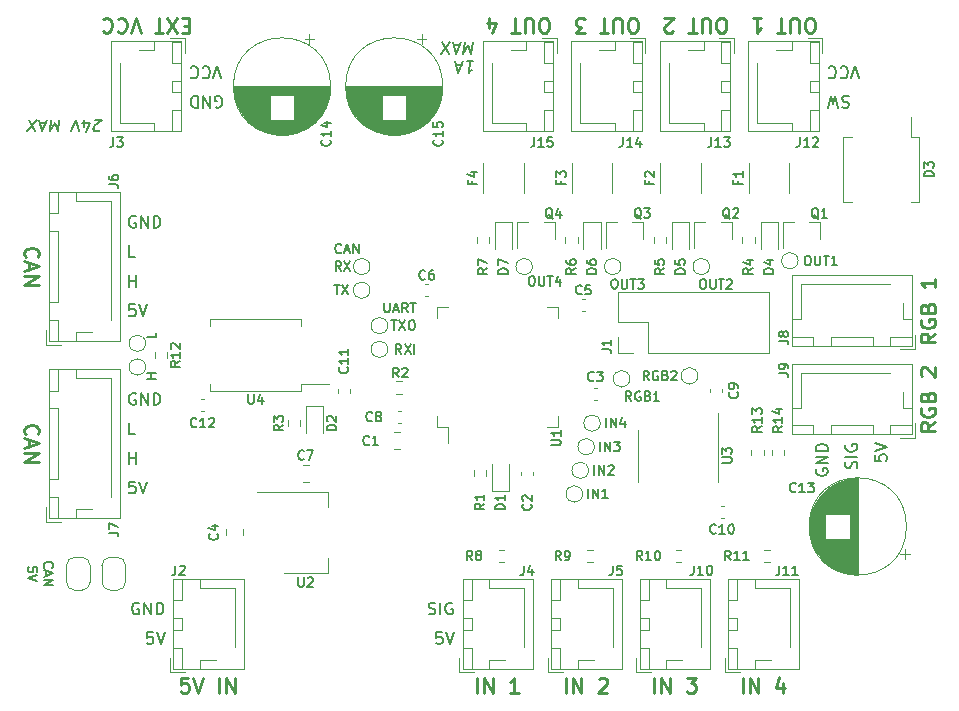
<source format=gbr>
%TF.GenerationSoftware,KiCad,Pcbnew,5.1.10*%
%TF.CreationDate,2021-06-13T22:55:49-04:00*%
%TF.ProjectId,led-controller,6c65642d-636f-46e7-9472-6f6c6c65722e,v1.0*%
%TF.SameCoordinates,Original*%
%TF.FileFunction,Legend,Top*%
%TF.FilePolarity,Positive*%
%FSLAX46Y46*%
G04 Gerber Fmt 4.6, Leading zero omitted, Abs format (unit mm)*
G04 Created by KiCad (PCBNEW 5.1.10) date 2021-06-13 22:55:49*
%MOMM*%
%LPD*%
G01*
G04 APERTURE LIST*
%ADD10C,0.150000*%
%ADD11C,0.250000*%
%ADD12C,0.120000*%
G04 APERTURE END LIST*
D10*
X117633214Y-59000000D02*
X117728452Y-59047619D01*
X117871309Y-59047619D01*
X118014166Y-59000000D01*
X118109404Y-58904761D01*
X118157023Y-58809523D01*
X118204642Y-58619047D01*
X118204642Y-58476190D01*
X118157023Y-58285714D01*
X118109404Y-58190476D01*
X118014166Y-58095238D01*
X117871309Y-58047619D01*
X117776071Y-58047619D01*
X117633214Y-58095238D01*
X117585595Y-58142857D01*
X117585595Y-58476190D01*
X117776071Y-58476190D01*
X117157023Y-58047619D02*
X117157023Y-59047619D01*
X116585595Y-58047619D01*
X116585595Y-59047619D01*
X116109404Y-58047619D02*
X116109404Y-59047619D01*
X115871309Y-59047619D01*
X115728452Y-59000000D01*
X115633214Y-58904761D01*
X115585595Y-58809523D01*
X115537976Y-58619047D01*
X115537976Y-58476190D01*
X115585595Y-58285714D01*
X115633214Y-58190476D01*
X115728452Y-58095238D01*
X115871309Y-58047619D01*
X116109404Y-58047619D01*
X118109404Y-56547619D02*
X117776071Y-55547619D01*
X117442738Y-56547619D01*
X116537976Y-55642857D02*
X116585595Y-55595238D01*
X116728452Y-55547619D01*
X116823690Y-55547619D01*
X116966547Y-55595238D01*
X117061785Y-55690476D01*
X117109404Y-55785714D01*
X117157023Y-55976190D01*
X117157023Y-56119047D01*
X117109404Y-56309523D01*
X117061785Y-56404761D01*
X116966547Y-56500000D01*
X116823690Y-56547619D01*
X116728452Y-56547619D01*
X116585595Y-56500000D01*
X116537976Y-56452380D01*
X115537976Y-55642857D02*
X115585595Y-55595238D01*
X115728452Y-55547619D01*
X115823690Y-55547619D01*
X115966547Y-55595238D01*
X116061785Y-55690476D01*
X116109404Y-55785714D01*
X116157023Y-55976190D01*
X116157023Y-56119047D01*
X116109404Y-56309523D01*
X116061785Y-56404761D01*
X115966547Y-56500000D01*
X115823690Y-56547619D01*
X115728452Y-56547619D01*
X115585595Y-56500000D01*
X115537976Y-56452380D01*
X107842976Y-60952380D02*
X107789404Y-61000000D01*
X107688214Y-61047619D01*
X107450119Y-61047619D01*
X107360833Y-61000000D01*
X107319166Y-60952380D01*
X107283452Y-60857142D01*
X107295357Y-60761904D01*
X107360833Y-60619047D01*
X108003690Y-60047619D01*
X107384642Y-60047619D01*
X106444166Y-60714285D02*
X106527500Y-60047619D01*
X106634642Y-61095238D02*
X106962023Y-60380952D01*
X106342976Y-60380952D01*
X106021547Y-61047619D02*
X105813214Y-60047619D01*
X105354880Y-61047619D01*
X104384642Y-60047619D02*
X104259642Y-61047619D01*
X104015595Y-60333333D01*
X103592976Y-61047619D01*
X103717976Y-60047619D01*
X103253690Y-60333333D02*
X102777500Y-60333333D01*
X103384642Y-60047619D02*
X102926309Y-61047619D01*
X102717976Y-60047619D01*
X102354880Y-61047619D02*
X101813214Y-60047619D01*
X101688214Y-61047619D02*
X102479880Y-60047619D01*
X138884642Y-55122619D02*
X139456071Y-55122619D01*
X139170357Y-55122619D02*
X139045357Y-56122619D01*
X139158452Y-55979761D01*
X139265595Y-55884523D01*
X139366785Y-55836904D01*
X138467976Y-55408333D02*
X137991785Y-55408333D01*
X138598928Y-55122619D02*
X138140595Y-56122619D01*
X137932261Y-55122619D01*
X139408452Y-53472619D02*
X139283452Y-54472619D01*
X139039404Y-53758333D01*
X138616785Y-54472619D01*
X138741785Y-53472619D01*
X138277500Y-53758333D02*
X137801309Y-53758333D01*
X138408452Y-53472619D02*
X137950119Y-54472619D01*
X137741785Y-53472619D01*
X137378690Y-54472619D02*
X136837023Y-53472619D01*
X136712023Y-54472619D02*
X137503690Y-53472619D01*
X128245119Y-71285714D02*
X128207023Y-71323809D01*
X128092738Y-71361904D01*
X128016547Y-71361904D01*
X127902261Y-71323809D01*
X127826071Y-71247619D01*
X127787976Y-71171428D01*
X127749880Y-71019047D01*
X127749880Y-70904761D01*
X127787976Y-70752380D01*
X127826071Y-70676190D01*
X127902261Y-70600000D01*
X128016547Y-70561904D01*
X128092738Y-70561904D01*
X128207023Y-70600000D01*
X128245119Y-70638095D01*
X128549880Y-71133333D02*
X128930833Y-71133333D01*
X128473690Y-71361904D02*
X128740357Y-70561904D01*
X129007023Y-71361904D01*
X129273690Y-71361904D02*
X129273690Y-70561904D01*
X129730833Y-71361904D01*
X129730833Y-70561904D01*
X131909642Y-75561904D02*
X131909642Y-76209523D01*
X131947738Y-76285714D01*
X131985833Y-76323809D01*
X132062023Y-76361904D01*
X132214404Y-76361904D01*
X132290595Y-76323809D01*
X132328690Y-76285714D01*
X132366785Y-76209523D01*
X132366785Y-75561904D01*
X132709642Y-76133333D02*
X133090595Y-76133333D01*
X132633452Y-76361904D02*
X132900119Y-75561904D01*
X133166785Y-76361904D01*
X133890595Y-76361904D02*
X133623928Y-75980952D01*
X133433452Y-76361904D02*
X133433452Y-75561904D01*
X133738214Y-75561904D01*
X133814404Y-75600000D01*
X133852500Y-75638095D01*
X133890595Y-75714285D01*
X133890595Y-75828571D01*
X133852500Y-75904761D01*
X133814404Y-75942857D01*
X133738214Y-75980952D01*
X133433452Y-75980952D01*
X134119166Y-75561904D02*
X134576309Y-75561904D01*
X134347738Y-76361904D02*
X134347738Y-75561904D01*
X171252261Y-58095238D02*
X171109404Y-58047619D01*
X170871309Y-58047619D01*
X170776071Y-58095238D01*
X170728452Y-58142857D01*
X170680833Y-58238095D01*
X170680833Y-58333333D01*
X170728452Y-58428571D01*
X170776071Y-58476190D01*
X170871309Y-58523809D01*
X171061785Y-58571428D01*
X171157023Y-58619047D01*
X171204642Y-58666666D01*
X171252261Y-58761904D01*
X171252261Y-58857142D01*
X171204642Y-58952380D01*
X171157023Y-59000000D01*
X171061785Y-59047619D01*
X170823690Y-59047619D01*
X170680833Y-59000000D01*
X170347500Y-59047619D02*
X170109404Y-58047619D01*
X169918928Y-58761904D01*
X169728452Y-58047619D01*
X169490357Y-59047619D01*
X172109404Y-56547619D02*
X171776071Y-55547619D01*
X171442738Y-56547619D01*
X170537976Y-55642857D02*
X170585595Y-55595238D01*
X170728452Y-55547619D01*
X170823690Y-55547619D01*
X170966547Y-55595238D01*
X171061785Y-55690476D01*
X171109404Y-55785714D01*
X171157023Y-55976190D01*
X171157023Y-56119047D01*
X171109404Y-56309523D01*
X171061785Y-56404761D01*
X170966547Y-56500000D01*
X170823690Y-56547619D01*
X170728452Y-56547619D01*
X170585595Y-56500000D01*
X170537976Y-56452380D01*
X169537976Y-55642857D02*
X169585595Y-55595238D01*
X169728452Y-55547619D01*
X169823690Y-55547619D01*
X169966547Y-55595238D01*
X170061785Y-55690476D01*
X170109404Y-55785714D01*
X170157023Y-55976190D01*
X170157023Y-56119047D01*
X170109404Y-56309523D01*
X170061785Y-56404761D01*
X169966547Y-56500000D01*
X169823690Y-56547619D01*
X169728452Y-56547619D01*
X169585595Y-56500000D01*
X169537976Y-56452380D01*
D11*
X145571428Y-52684523D02*
X145333333Y-52684523D01*
X145214285Y-52625000D01*
X145095238Y-52505952D01*
X145035714Y-52267857D01*
X145035714Y-51851190D01*
X145095238Y-51613095D01*
X145214285Y-51494047D01*
X145333333Y-51434523D01*
X145571428Y-51434523D01*
X145690476Y-51494047D01*
X145809523Y-51613095D01*
X145869047Y-51851190D01*
X145869047Y-52267857D01*
X145809523Y-52505952D01*
X145690476Y-52625000D01*
X145571428Y-52684523D01*
X144500000Y-52684523D02*
X144500000Y-51672619D01*
X144440476Y-51553571D01*
X144380952Y-51494047D01*
X144261904Y-51434523D01*
X144023809Y-51434523D01*
X143904761Y-51494047D01*
X143845238Y-51553571D01*
X143785714Y-51672619D01*
X143785714Y-52684523D01*
X143369047Y-52684523D02*
X142654761Y-52684523D01*
X143011904Y-51434523D02*
X143011904Y-52684523D01*
X140750000Y-52267857D02*
X140750000Y-51434523D01*
X141047619Y-52744047D02*
X141345238Y-51851190D01*
X140571428Y-51851190D01*
X153071428Y-52684523D02*
X152833333Y-52684523D01*
X152714285Y-52625000D01*
X152595238Y-52505952D01*
X152535714Y-52267857D01*
X152535714Y-51851190D01*
X152595238Y-51613095D01*
X152714285Y-51494047D01*
X152833333Y-51434523D01*
X153071428Y-51434523D01*
X153190476Y-51494047D01*
X153309523Y-51613095D01*
X153369047Y-51851190D01*
X153369047Y-52267857D01*
X153309523Y-52505952D01*
X153190476Y-52625000D01*
X153071428Y-52684523D01*
X152000000Y-52684523D02*
X152000000Y-51672619D01*
X151940476Y-51553571D01*
X151880952Y-51494047D01*
X151761904Y-51434523D01*
X151523809Y-51434523D01*
X151404761Y-51494047D01*
X151345238Y-51553571D01*
X151285714Y-51672619D01*
X151285714Y-52684523D01*
X150869047Y-52684523D02*
X150154761Y-52684523D01*
X150511904Y-51434523D02*
X150511904Y-52684523D01*
X148904761Y-52684523D02*
X148130952Y-52684523D01*
X148547619Y-52208333D01*
X148369047Y-52208333D01*
X148250000Y-52148809D01*
X148190476Y-52089285D01*
X148130952Y-51970238D01*
X148130952Y-51672619D01*
X148190476Y-51553571D01*
X148250000Y-51494047D01*
X148369047Y-51434523D01*
X148726190Y-51434523D01*
X148845238Y-51494047D01*
X148904761Y-51553571D01*
X160571428Y-52684523D02*
X160333333Y-52684523D01*
X160214285Y-52625000D01*
X160095238Y-52505952D01*
X160035714Y-52267857D01*
X160035714Y-51851190D01*
X160095238Y-51613095D01*
X160214285Y-51494047D01*
X160333333Y-51434523D01*
X160571428Y-51434523D01*
X160690476Y-51494047D01*
X160809523Y-51613095D01*
X160869047Y-51851190D01*
X160869047Y-52267857D01*
X160809523Y-52505952D01*
X160690476Y-52625000D01*
X160571428Y-52684523D01*
X159500000Y-52684523D02*
X159500000Y-51672619D01*
X159440476Y-51553571D01*
X159380952Y-51494047D01*
X159261904Y-51434523D01*
X159023809Y-51434523D01*
X158904761Y-51494047D01*
X158845238Y-51553571D01*
X158785714Y-51672619D01*
X158785714Y-52684523D01*
X158369047Y-52684523D02*
X157654761Y-52684523D01*
X158011904Y-51434523D02*
X158011904Y-52684523D01*
X156345238Y-52565476D02*
X156285714Y-52625000D01*
X156166666Y-52684523D01*
X155869047Y-52684523D01*
X155750000Y-52625000D01*
X155690476Y-52565476D01*
X155630952Y-52446428D01*
X155630952Y-52327380D01*
X155690476Y-52148809D01*
X156404761Y-51434523D01*
X155630952Y-51434523D01*
X168071428Y-52684523D02*
X167833333Y-52684523D01*
X167714285Y-52625000D01*
X167595238Y-52505952D01*
X167535714Y-52267857D01*
X167535714Y-51851190D01*
X167595238Y-51613095D01*
X167714285Y-51494047D01*
X167833333Y-51434523D01*
X168071428Y-51434523D01*
X168190476Y-51494047D01*
X168309523Y-51613095D01*
X168369047Y-51851190D01*
X168369047Y-52267857D01*
X168309523Y-52505952D01*
X168190476Y-52625000D01*
X168071428Y-52684523D01*
X167000000Y-52684523D02*
X167000000Y-51672619D01*
X166940476Y-51553571D01*
X166880952Y-51494047D01*
X166761904Y-51434523D01*
X166523809Y-51434523D01*
X166404761Y-51494047D01*
X166345238Y-51553571D01*
X166285714Y-51672619D01*
X166285714Y-52684523D01*
X165869047Y-52684523D02*
X165154761Y-52684523D01*
X165511904Y-51434523D02*
X165511904Y-52684523D01*
X163130952Y-51434523D02*
X163845238Y-51434523D01*
X163488095Y-51434523D02*
X163488095Y-52684523D01*
X163607142Y-52505952D01*
X163726190Y-52386904D01*
X163845238Y-52327380D01*
X115351190Y-52089285D02*
X114934523Y-52089285D01*
X114755952Y-51434523D02*
X115351190Y-51434523D01*
X115351190Y-52684523D01*
X114755952Y-52684523D01*
X114339285Y-52684523D02*
X113505952Y-51434523D01*
X113505952Y-52684523D02*
X114339285Y-51434523D01*
X113208333Y-52684523D02*
X112494047Y-52684523D01*
X112851190Y-51434523D02*
X112851190Y-52684523D01*
X111303571Y-52684523D02*
X110886904Y-51434523D01*
X110470238Y-52684523D01*
X109339285Y-51553571D02*
X109398809Y-51494047D01*
X109577380Y-51434523D01*
X109696428Y-51434523D01*
X109875000Y-51494047D01*
X109994047Y-51613095D01*
X110053571Y-51732142D01*
X110113095Y-51970238D01*
X110113095Y-52148809D01*
X110053571Y-52386904D01*
X109994047Y-52505952D01*
X109875000Y-52625000D01*
X109696428Y-52684523D01*
X109577380Y-52684523D01*
X109398809Y-52625000D01*
X109339285Y-52565476D01*
X108089285Y-51553571D02*
X108148809Y-51494047D01*
X108327380Y-51434523D01*
X108446428Y-51434523D01*
X108625000Y-51494047D01*
X108744047Y-51613095D01*
X108803571Y-51732142D01*
X108863095Y-51970238D01*
X108863095Y-52148809D01*
X108803571Y-52386904D01*
X108744047Y-52505952D01*
X108625000Y-52625000D01*
X108446428Y-52684523D01*
X108327380Y-52684523D01*
X108148809Y-52625000D01*
X108089285Y-52565476D01*
D10*
X168500000Y-89633214D02*
X168452380Y-89728452D01*
X168452380Y-89871309D01*
X168500000Y-90014166D01*
X168595238Y-90109404D01*
X168690476Y-90157023D01*
X168880952Y-90204642D01*
X169023809Y-90204642D01*
X169214285Y-90157023D01*
X169309523Y-90109404D01*
X169404761Y-90014166D01*
X169452380Y-89871309D01*
X169452380Y-89776071D01*
X169404761Y-89633214D01*
X169357142Y-89585595D01*
X169023809Y-89585595D01*
X169023809Y-89776071D01*
X169452380Y-89157023D02*
X168452380Y-89157023D01*
X169452380Y-88585595D01*
X168452380Y-88585595D01*
X169452380Y-88109404D02*
X168452380Y-88109404D01*
X168452380Y-87871309D01*
X168500000Y-87728452D01*
X168595238Y-87633214D01*
X168690476Y-87585595D01*
X168880952Y-87537976D01*
X169023809Y-87537976D01*
X169214285Y-87585595D01*
X169309523Y-87633214D01*
X169404761Y-87728452D01*
X169452380Y-87871309D01*
X169452380Y-88109404D01*
X173452380Y-88442738D02*
X173452380Y-88918928D01*
X173928571Y-88966547D01*
X173880952Y-88918928D01*
X173833333Y-88823690D01*
X173833333Y-88585595D01*
X173880952Y-88490357D01*
X173928571Y-88442738D01*
X174023809Y-88395119D01*
X174261904Y-88395119D01*
X174357142Y-88442738D01*
X174404761Y-88490357D01*
X174452380Y-88585595D01*
X174452380Y-88823690D01*
X174404761Y-88918928D01*
X174357142Y-88966547D01*
X173452380Y-88109404D02*
X174452380Y-87776071D01*
X173452380Y-87442738D01*
X171904761Y-89585595D02*
X171952380Y-89442738D01*
X171952380Y-89204642D01*
X171904761Y-89109404D01*
X171857142Y-89061785D01*
X171761904Y-89014166D01*
X171666666Y-89014166D01*
X171571428Y-89061785D01*
X171523809Y-89109404D01*
X171476190Y-89204642D01*
X171428571Y-89395119D01*
X171380952Y-89490357D01*
X171333333Y-89537976D01*
X171238095Y-89585595D01*
X171142857Y-89585595D01*
X171047619Y-89537976D01*
X171000000Y-89490357D01*
X170952380Y-89395119D01*
X170952380Y-89157023D01*
X171000000Y-89014166D01*
X171952380Y-88585595D02*
X170952380Y-88585595D01*
X171000000Y-87585595D02*
X170952380Y-87680833D01*
X170952380Y-87823690D01*
X171000000Y-87966547D01*
X171095238Y-88061785D01*
X171190476Y-88109404D01*
X171380952Y-88157023D01*
X171523809Y-88157023D01*
X171714285Y-88109404D01*
X171809523Y-88061785D01*
X171904761Y-87966547D01*
X171952380Y-87823690D01*
X171952380Y-87728452D01*
X171904761Y-87585595D01*
X171857142Y-87537976D01*
X171523809Y-87537976D01*
X171523809Y-87728452D01*
D11*
X178565476Y-85684523D02*
X177970238Y-86101190D01*
X178565476Y-86398809D02*
X177315476Y-86398809D01*
X177315476Y-85922619D01*
X177375000Y-85803571D01*
X177434523Y-85744047D01*
X177553571Y-85684523D01*
X177732142Y-85684523D01*
X177851190Y-85744047D01*
X177910714Y-85803571D01*
X177970238Y-85922619D01*
X177970238Y-86398809D01*
X177375000Y-84494047D02*
X177315476Y-84613095D01*
X177315476Y-84791666D01*
X177375000Y-84970238D01*
X177494047Y-85089285D01*
X177613095Y-85148809D01*
X177851190Y-85208333D01*
X178029761Y-85208333D01*
X178267857Y-85148809D01*
X178386904Y-85089285D01*
X178505952Y-84970238D01*
X178565476Y-84791666D01*
X178565476Y-84672619D01*
X178505952Y-84494047D01*
X178446428Y-84434523D01*
X178029761Y-84434523D01*
X178029761Y-84672619D01*
X177910714Y-83482142D02*
X177970238Y-83303571D01*
X178029761Y-83244047D01*
X178148809Y-83184523D01*
X178327380Y-83184523D01*
X178446428Y-83244047D01*
X178505952Y-83303571D01*
X178565476Y-83422619D01*
X178565476Y-83898809D01*
X177315476Y-83898809D01*
X177315476Y-83482142D01*
X177375000Y-83363095D01*
X177434523Y-83303571D01*
X177553571Y-83244047D01*
X177672619Y-83244047D01*
X177791666Y-83303571D01*
X177851190Y-83363095D01*
X177910714Y-83482142D01*
X177910714Y-83898809D01*
X177434523Y-81755952D02*
X177375000Y-81696428D01*
X177315476Y-81577380D01*
X177315476Y-81279761D01*
X177375000Y-81160714D01*
X177434523Y-81101190D01*
X177553571Y-81041666D01*
X177672619Y-81041666D01*
X177851190Y-81101190D01*
X178565476Y-81815476D01*
X178565476Y-81041666D01*
X178565476Y-78184523D02*
X177970238Y-78601190D01*
X178565476Y-78898809D02*
X177315476Y-78898809D01*
X177315476Y-78422619D01*
X177375000Y-78303571D01*
X177434523Y-78244047D01*
X177553571Y-78184523D01*
X177732142Y-78184523D01*
X177851190Y-78244047D01*
X177910714Y-78303571D01*
X177970238Y-78422619D01*
X177970238Y-78898809D01*
X177375000Y-76994047D02*
X177315476Y-77113095D01*
X177315476Y-77291666D01*
X177375000Y-77470238D01*
X177494047Y-77589285D01*
X177613095Y-77648809D01*
X177851190Y-77708333D01*
X178029761Y-77708333D01*
X178267857Y-77648809D01*
X178386904Y-77589285D01*
X178505952Y-77470238D01*
X178565476Y-77291666D01*
X178565476Y-77172619D01*
X178505952Y-76994047D01*
X178446428Y-76934523D01*
X178029761Y-76934523D01*
X178029761Y-77172619D01*
X177910714Y-75982142D02*
X177970238Y-75803571D01*
X178029761Y-75744047D01*
X178148809Y-75684523D01*
X178327380Y-75684523D01*
X178446428Y-75744047D01*
X178505952Y-75803571D01*
X178565476Y-75922619D01*
X178565476Y-76398809D01*
X177315476Y-76398809D01*
X177315476Y-75982142D01*
X177375000Y-75863095D01*
X177434523Y-75803571D01*
X177553571Y-75744047D01*
X177672619Y-75744047D01*
X177791666Y-75803571D01*
X177851190Y-75863095D01*
X177910714Y-75982142D01*
X177910714Y-76398809D01*
X178565476Y-73541666D02*
X178565476Y-74255952D01*
X178565476Y-73898809D02*
X177315476Y-73898809D01*
X177494047Y-74017857D01*
X177613095Y-74136904D01*
X177672619Y-74255952D01*
D10*
X111116785Y-101000000D02*
X111021547Y-100952380D01*
X110878690Y-100952380D01*
X110735833Y-101000000D01*
X110640595Y-101095238D01*
X110592976Y-101190476D01*
X110545357Y-101380952D01*
X110545357Y-101523809D01*
X110592976Y-101714285D01*
X110640595Y-101809523D01*
X110735833Y-101904761D01*
X110878690Y-101952380D01*
X110973928Y-101952380D01*
X111116785Y-101904761D01*
X111164404Y-101857142D01*
X111164404Y-101523809D01*
X110973928Y-101523809D01*
X111592976Y-101952380D02*
X111592976Y-100952380D01*
X112164404Y-101952380D01*
X112164404Y-100952380D01*
X112640595Y-101952380D02*
X112640595Y-100952380D01*
X112878690Y-100952380D01*
X113021547Y-101000000D01*
X113116785Y-101095238D01*
X113164404Y-101190476D01*
X113212023Y-101380952D01*
X113212023Y-101523809D01*
X113164404Y-101714285D01*
X113116785Y-101809523D01*
X113021547Y-101904761D01*
X112878690Y-101952380D01*
X112640595Y-101952380D01*
X112307261Y-103452380D02*
X111831071Y-103452380D01*
X111783452Y-103928571D01*
X111831071Y-103880952D01*
X111926309Y-103833333D01*
X112164404Y-103833333D01*
X112259642Y-103880952D01*
X112307261Y-103928571D01*
X112354880Y-104023809D01*
X112354880Y-104261904D01*
X112307261Y-104357142D01*
X112259642Y-104404761D01*
X112164404Y-104452380D01*
X111926309Y-104452380D01*
X111831071Y-104404761D01*
X111783452Y-104357142D01*
X112640595Y-103452380D02*
X112973928Y-104452380D01*
X113307261Y-103452380D01*
D11*
X115333333Y-107315476D02*
X114738095Y-107315476D01*
X114678571Y-107910714D01*
X114738095Y-107851190D01*
X114857142Y-107791666D01*
X115154761Y-107791666D01*
X115273809Y-107851190D01*
X115333333Y-107910714D01*
X115392857Y-108029761D01*
X115392857Y-108327380D01*
X115333333Y-108446428D01*
X115273809Y-108505952D01*
X115154761Y-108565476D01*
X114857142Y-108565476D01*
X114738095Y-108505952D01*
X114678571Y-108446428D01*
X115750000Y-107315476D02*
X116166666Y-108565476D01*
X116583333Y-107315476D01*
X117952380Y-108565476D02*
X117952380Y-107315476D01*
X118547619Y-108565476D02*
X118547619Y-107315476D01*
X119261904Y-108565476D01*
X119261904Y-107315476D01*
D10*
X136807261Y-103452380D02*
X136331071Y-103452380D01*
X136283452Y-103928571D01*
X136331071Y-103880952D01*
X136426309Y-103833333D01*
X136664404Y-103833333D01*
X136759642Y-103880952D01*
X136807261Y-103928571D01*
X136854880Y-104023809D01*
X136854880Y-104261904D01*
X136807261Y-104357142D01*
X136759642Y-104404761D01*
X136664404Y-104452380D01*
X136426309Y-104452380D01*
X136331071Y-104404761D01*
X136283452Y-104357142D01*
X137140595Y-103452380D02*
X137473928Y-104452380D01*
X137807261Y-103452380D01*
X135664404Y-101904761D02*
X135807261Y-101952380D01*
X136045357Y-101952380D01*
X136140595Y-101904761D01*
X136188214Y-101857142D01*
X136235833Y-101761904D01*
X136235833Y-101666666D01*
X136188214Y-101571428D01*
X136140595Y-101523809D01*
X136045357Y-101476190D01*
X135854880Y-101428571D01*
X135759642Y-101380952D01*
X135712023Y-101333333D01*
X135664404Y-101238095D01*
X135664404Y-101142857D01*
X135712023Y-101047619D01*
X135759642Y-101000000D01*
X135854880Y-100952380D01*
X136092976Y-100952380D01*
X136235833Y-101000000D01*
X136664404Y-101952380D02*
X136664404Y-100952380D01*
X137664404Y-101000000D02*
X137569166Y-100952380D01*
X137426309Y-100952380D01*
X137283452Y-101000000D01*
X137188214Y-101095238D01*
X137140595Y-101190476D01*
X137092976Y-101380952D01*
X137092976Y-101523809D01*
X137140595Y-101714285D01*
X137188214Y-101809523D01*
X137283452Y-101904761D01*
X137426309Y-101952380D01*
X137521547Y-101952380D01*
X137664404Y-101904761D01*
X137712023Y-101857142D01*
X137712023Y-101523809D01*
X137521547Y-101523809D01*
D11*
X162273809Y-108565476D02*
X162273809Y-107315476D01*
X162869047Y-108565476D02*
X162869047Y-107315476D01*
X163583333Y-108565476D01*
X163583333Y-107315476D01*
X165666666Y-107732142D02*
X165666666Y-108565476D01*
X165369047Y-107255952D02*
X165071428Y-108148809D01*
X165845238Y-108148809D01*
X154773809Y-108565476D02*
X154773809Y-107315476D01*
X155369047Y-108565476D02*
X155369047Y-107315476D01*
X156083333Y-108565476D01*
X156083333Y-107315476D01*
X157511904Y-107315476D02*
X158285714Y-107315476D01*
X157869047Y-107791666D01*
X158047619Y-107791666D01*
X158166666Y-107851190D01*
X158226190Y-107910714D01*
X158285714Y-108029761D01*
X158285714Y-108327380D01*
X158226190Y-108446428D01*
X158166666Y-108505952D01*
X158047619Y-108565476D01*
X157690476Y-108565476D01*
X157571428Y-108505952D01*
X157511904Y-108446428D01*
X147273809Y-108565476D02*
X147273809Y-107315476D01*
X147869047Y-108565476D02*
X147869047Y-107315476D01*
X148583333Y-108565476D01*
X148583333Y-107315476D01*
X150071428Y-107434523D02*
X150130952Y-107375000D01*
X150250000Y-107315476D01*
X150547619Y-107315476D01*
X150666666Y-107375000D01*
X150726190Y-107434523D01*
X150785714Y-107553571D01*
X150785714Y-107672619D01*
X150726190Y-107851190D01*
X150011904Y-108565476D01*
X150785714Y-108565476D01*
X139773809Y-108565476D02*
X139773809Y-107315476D01*
X140369047Y-108565476D02*
X140369047Y-107315476D01*
X141083333Y-108565476D01*
X141083333Y-107315476D01*
X143285714Y-108565476D02*
X142571428Y-108565476D01*
X142928571Y-108565476D02*
X142928571Y-107315476D01*
X142809523Y-107494047D01*
X142690476Y-107613095D01*
X142571428Y-107672619D01*
D10*
X110811785Y-90702380D02*
X110335595Y-90702380D01*
X110287976Y-91178571D01*
X110335595Y-91130952D01*
X110430833Y-91083333D01*
X110668928Y-91083333D01*
X110764166Y-91130952D01*
X110811785Y-91178571D01*
X110859404Y-91273809D01*
X110859404Y-91511904D01*
X110811785Y-91607142D01*
X110764166Y-91654761D01*
X110668928Y-91702380D01*
X110430833Y-91702380D01*
X110335595Y-91654761D01*
X110287976Y-91607142D01*
X111145119Y-90702380D02*
X111478452Y-91702380D01*
X111811785Y-90702380D01*
X110859404Y-83250000D02*
X110764166Y-83202380D01*
X110621309Y-83202380D01*
X110478452Y-83250000D01*
X110383214Y-83345238D01*
X110335595Y-83440476D01*
X110287976Y-83630952D01*
X110287976Y-83773809D01*
X110335595Y-83964285D01*
X110383214Y-84059523D01*
X110478452Y-84154761D01*
X110621309Y-84202380D01*
X110716547Y-84202380D01*
X110859404Y-84154761D01*
X110907023Y-84107142D01*
X110907023Y-83773809D01*
X110716547Y-83773809D01*
X111335595Y-84202380D02*
X111335595Y-83202380D01*
X111907023Y-84202380D01*
X111907023Y-83202380D01*
X112383214Y-84202380D02*
X112383214Y-83202380D01*
X112621309Y-83202380D01*
X112764166Y-83250000D01*
X112859404Y-83345238D01*
X112907023Y-83440476D01*
X112954642Y-83630952D01*
X112954642Y-83773809D01*
X112907023Y-83964285D01*
X112859404Y-84059523D01*
X112764166Y-84154761D01*
X112621309Y-84202380D01*
X112383214Y-84202380D01*
X110811785Y-86702380D02*
X110335595Y-86702380D01*
X110335595Y-85702380D01*
X110335595Y-89202380D02*
X110335595Y-88202380D01*
X110335595Y-88678571D02*
X110907023Y-88678571D01*
X110907023Y-89202380D02*
X110907023Y-88202380D01*
X110811785Y-75702380D02*
X110335595Y-75702380D01*
X110287976Y-76178571D01*
X110335595Y-76130952D01*
X110430833Y-76083333D01*
X110668928Y-76083333D01*
X110764166Y-76130952D01*
X110811785Y-76178571D01*
X110859404Y-76273809D01*
X110859404Y-76511904D01*
X110811785Y-76607142D01*
X110764166Y-76654761D01*
X110668928Y-76702380D01*
X110430833Y-76702380D01*
X110335595Y-76654761D01*
X110287976Y-76607142D01*
X111145119Y-75702380D02*
X111478452Y-76702380D01*
X111811785Y-75702380D01*
X110335595Y-74202380D02*
X110335595Y-73202380D01*
X110335595Y-73678571D02*
X110907023Y-73678571D01*
X110907023Y-74202380D02*
X110907023Y-73202380D01*
X110811785Y-71702380D02*
X110335595Y-71702380D01*
X110335595Y-70702380D01*
X110859404Y-68250000D02*
X110764166Y-68202380D01*
X110621309Y-68202380D01*
X110478452Y-68250000D01*
X110383214Y-68345238D01*
X110335595Y-68440476D01*
X110287976Y-68630952D01*
X110287976Y-68773809D01*
X110335595Y-68964285D01*
X110383214Y-69059523D01*
X110478452Y-69154761D01*
X110621309Y-69202380D01*
X110716547Y-69202380D01*
X110859404Y-69154761D01*
X110907023Y-69107142D01*
X110907023Y-68773809D01*
X110716547Y-68773809D01*
X111335595Y-69202380D02*
X111335595Y-68202380D01*
X111907023Y-69202380D01*
X111907023Y-68202380D01*
X112383214Y-69202380D02*
X112383214Y-68202380D01*
X112621309Y-68202380D01*
X112764166Y-68250000D01*
X112859404Y-68345238D01*
X112907023Y-68440476D01*
X112954642Y-68630952D01*
X112954642Y-68773809D01*
X112907023Y-68964285D01*
X112859404Y-69059523D01*
X112764166Y-69154761D01*
X112621309Y-69202380D01*
X112383214Y-69202380D01*
X103139285Y-97985714D02*
X103101190Y-97947619D01*
X103063095Y-97833333D01*
X103063095Y-97757142D01*
X103101190Y-97642857D01*
X103177380Y-97566666D01*
X103253571Y-97528571D01*
X103405952Y-97490476D01*
X103520238Y-97490476D01*
X103672619Y-97528571D01*
X103748809Y-97566666D01*
X103825000Y-97642857D01*
X103863095Y-97757142D01*
X103863095Y-97833333D01*
X103825000Y-97947619D01*
X103786904Y-97985714D01*
X103291666Y-98290476D02*
X103291666Y-98671428D01*
X103063095Y-98214285D02*
X103863095Y-98480952D01*
X103063095Y-98747619D01*
X103063095Y-99014285D02*
X103863095Y-99014285D01*
X103063095Y-99471428D01*
X103863095Y-99471428D01*
X102513095Y-98347619D02*
X102513095Y-97966666D01*
X102132142Y-97928571D01*
X102170238Y-97966666D01*
X102208333Y-98042857D01*
X102208333Y-98233333D01*
X102170238Y-98309523D01*
X102132142Y-98347619D01*
X102055952Y-98385714D01*
X101865476Y-98385714D01*
X101789285Y-98347619D01*
X101751190Y-98309523D01*
X101713095Y-98233333D01*
X101713095Y-98042857D01*
X101751190Y-97966666D01*
X101789285Y-97928571D01*
X102513095Y-98614285D02*
X101713095Y-98880952D01*
X102513095Y-99147619D01*
D11*
X101553571Y-86696428D02*
X101494047Y-86636904D01*
X101434523Y-86458333D01*
X101434523Y-86339285D01*
X101494047Y-86160714D01*
X101613095Y-86041666D01*
X101732142Y-85982142D01*
X101970238Y-85922619D01*
X102148809Y-85922619D01*
X102386904Y-85982142D01*
X102505952Y-86041666D01*
X102625000Y-86160714D01*
X102684523Y-86339285D01*
X102684523Y-86458333D01*
X102625000Y-86636904D01*
X102565476Y-86696428D01*
X101791666Y-87172619D02*
X101791666Y-87767857D01*
X101434523Y-87053571D02*
X102684523Y-87470238D01*
X101434523Y-87886904D01*
X101434523Y-88303571D02*
X102684523Y-88303571D01*
X101434523Y-89017857D01*
X102684523Y-89017857D01*
X101553571Y-71696428D02*
X101494047Y-71636904D01*
X101434523Y-71458333D01*
X101434523Y-71339285D01*
X101494047Y-71160714D01*
X101613095Y-71041666D01*
X101732142Y-70982142D01*
X101970238Y-70922619D01*
X102148809Y-70922619D01*
X102386904Y-70982142D01*
X102505952Y-71041666D01*
X102625000Y-71160714D01*
X102684523Y-71339285D01*
X102684523Y-71458333D01*
X102625000Y-71636904D01*
X102565476Y-71696428D01*
X101791666Y-72172619D02*
X101791666Y-72767857D01*
X101434523Y-72053571D02*
X102684523Y-72470238D01*
X101434523Y-72886904D01*
X101434523Y-73303571D02*
X102684523Y-73303571D01*
X101434523Y-74017857D01*
X102684523Y-74017857D01*
D12*
%TO.C,U2*%
X121150000Y-91590000D02*
X127160000Y-91590000D01*
X123400000Y-98410000D02*
X127160000Y-98410000D01*
X127160000Y-91590000D02*
X127160000Y-92850000D01*
X127160000Y-98410000D02*
X127160000Y-97150000D01*
%TO.C,C14*%
X125965000Y-53240302D02*
X125165000Y-53240302D01*
X125565000Y-52840302D02*
X125565000Y-53640302D01*
X123783000Y-61331000D02*
X122717000Y-61331000D01*
X124018000Y-61291000D02*
X122482000Y-61291000D01*
X124198000Y-61251000D02*
X122302000Y-61251000D01*
X124348000Y-61211000D02*
X122152000Y-61211000D01*
X124479000Y-61171000D02*
X122021000Y-61171000D01*
X124596000Y-61131000D02*
X121904000Y-61131000D01*
X124703000Y-61091000D02*
X121797000Y-61091000D01*
X124802000Y-61051000D02*
X121698000Y-61051000D01*
X124895000Y-61011000D02*
X121605000Y-61011000D01*
X124981000Y-60971000D02*
X121519000Y-60971000D01*
X125063000Y-60931000D02*
X121437000Y-60931000D01*
X125140000Y-60891000D02*
X121360000Y-60891000D01*
X125214000Y-60851000D02*
X121286000Y-60851000D01*
X125284000Y-60811000D02*
X121216000Y-60811000D01*
X125352000Y-60771000D02*
X121148000Y-60771000D01*
X125416000Y-60731000D02*
X121084000Y-60731000D01*
X125478000Y-60691000D02*
X121022000Y-60691000D01*
X125537000Y-60651000D02*
X120963000Y-60651000D01*
X125595000Y-60611000D02*
X120905000Y-60611000D01*
X125650000Y-60571000D02*
X120850000Y-60571000D01*
X125704000Y-60531000D02*
X120796000Y-60531000D01*
X125755000Y-60491000D02*
X120745000Y-60491000D01*
X125806000Y-60451000D02*
X120694000Y-60451000D01*
X125854000Y-60411000D02*
X120646000Y-60411000D01*
X125901000Y-60371000D02*
X120599000Y-60371000D01*
X125947000Y-60331000D02*
X120553000Y-60331000D01*
X125991000Y-60291000D02*
X120509000Y-60291000D01*
X126034000Y-60251000D02*
X120466000Y-60251000D01*
X126076000Y-60211000D02*
X120424000Y-60211000D01*
X126117000Y-60171000D02*
X120383000Y-60171000D01*
X126157000Y-60131000D02*
X120343000Y-60131000D01*
X126195000Y-60091000D02*
X120305000Y-60091000D01*
X126233000Y-60051000D02*
X120267000Y-60051000D01*
X122210000Y-60011000D02*
X120231000Y-60011000D01*
X126269000Y-60011000D02*
X124290000Y-60011000D01*
X122210000Y-59971000D02*
X120195000Y-59971000D01*
X126305000Y-59971000D02*
X124290000Y-59971000D01*
X122210000Y-59931000D02*
X120160000Y-59931000D01*
X126340000Y-59931000D02*
X124290000Y-59931000D01*
X122210000Y-59891000D02*
X120126000Y-59891000D01*
X126374000Y-59891000D02*
X124290000Y-59891000D01*
X122210000Y-59851000D02*
X120094000Y-59851000D01*
X126406000Y-59851000D02*
X124290000Y-59851000D01*
X122210000Y-59811000D02*
X120061000Y-59811000D01*
X126439000Y-59811000D02*
X124290000Y-59811000D01*
X122210000Y-59771000D02*
X120030000Y-59771000D01*
X126470000Y-59771000D02*
X124290000Y-59771000D01*
X122210000Y-59731000D02*
X120000000Y-59731000D01*
X126500000Y-59731000D02*
X124290000Y-59731000D01*
X122210000Y-59691000D02*
X119970000Y-59691000D01*
X126530000Y-59691000D02*
X124290000Y-59691000D01*
X122210000Y-59651000D02*
X119941000Y-59651000D01*
X126559000Y-59651000D02*
X124290000Y-59651000D01*
X122210000Y-59611000D02*
X119912000Y-59611000D01*
X126588000Y-59611000D02*
X124290000Y-59611000D01*
X122210000Y-59571000D02*
X119885000Y-59571000D01*
X126615000Y-59571000D02*
X124290000Y-59571000D01*
X122210000Y-59531000D02*
X119858000Y-59531000D01*
X126642000Y-59531000D02*
X124290000Y-59531000D01*
X122210000Y-59491000D02*
X119832000Y-59491000D01*
X126668000Y-59491000D02*
X124290000Y-59491000D01*
X122210000Y-59451000D02*
X119806000Y-59451000D01*
X126694000Y-59451000D02*
X124290000Y-59451000D01*
X122210000Y-59411000D02*
X119781000Y-59411000D01*
X126719000Y-59411000D02*
X124290000Y-59411000D01*
X122210000Y-59371000D02*
X119757000Y-59371000D01*
X126743000Y-59371000D02*
X124290000Y-59371000D01*
X122210000Y-59331000D02*
X119733000Y-59331000D01*
X126767000Y-59331000D02*
X124290000Y-59331000D01*
X122210000Y-59291000D02*
X119710000Y-59291000D01*
X126790000Y-59291000D02*
X124290000Y-59291000D01*
X122210000Y-59251000D02*
X119688000Y-59251000D01*
X126812000Y-59251000D02*
X124290000Y-59251000D01*
X122210000Y-59211000D02*
X119666000Y-59211000D01*
X126834000Y-59211000D02*
X124290000Y-59211000D01*
X122210000Y-59171000D02*
X119644000Y-59171000D01*
X126856000Y-59171000D02*
X124290000Y-59171000D01*
X122210000Y-59131000D02*
X119623000Y-59131000D01*
X126877000Y-59131000D02*
X124290000Y-59131000D01*
X122210000Y-59091000D02*
X119603000Y-59091000D01*
X126897000Y-59091000D02*
X124290000Y-59091000D01*
X122210000Y-59051000D02*
X119584000Y-59051000D01*
X126916000Y-59051000D02*
X124290000Y-59051000D01*
X122210000Y-59011000D02*
X119564000Y-59011000D01*
X126936000Y-59011000D02*
X124290000Y-59011000D01*
X122210000Y-58971000D02*
X119546000Y-58971000D01*
X126954000Y-58971000D02*
X124290000Y-58971000D01*
X122210000Y-58931000D02*
X119528000Y-58931000D01*
X126972000Y-58931000D02*
X124290000Y-58931000D01*
X122210000Y-58891000D02*
X119510000Y-58891000D01*
X126990000Y-58891000D02*
X124290000Y-58891000D01*
X122210000Y-58851000D02*
X119493000Y-58851000D01*
X127007000Y-58851000D02*
X124290000Y-58851000D01*
X122210000Y-58811000D02*
X119476000Y-58811000D01*
X127024000Y-58811000D02*
X124290000Y-58811000D01*
X122210000Y-58771000D02*
X119460000Y-58771000D01*
X127040000Y-58771000D02*
X124290000Y-58771000D01*
X122210000Y-58731000D02*
X119445000Y-58731000D01*
X127055000Y-58731000D02*
X124290000Y-58731000D01*
X122210000Y-58691000D02*
X119429000Y-58691000D01*
X127071000Y-58691000D02*
X124290000Y-58691000D01*
X122210000Y-58651000D02*
X119415000Y-58651000D01*
X127085000Y-58651000D02*
X124290000Y-58651000D01*
X122210000Y-58611000D02*
X119400000Y-58611000D01*
X127100000Y-58611000D02*
X124290000Y-58611000D01*
X122210000Y-58571000D02*
X119387000Y-58571000D01*
X127113000Y-58571000D02*
X124290000Y-58571000D01*
X122210000Y-58531000D02*
X119373000Y-58531000D01*
X127127000Y-58531000D02*
X124290000Y-58531000D01*
X122210000Y-58491000D02*
X119361000Y-58491000D01*
X127139000Y-58491000D02*
X124290000Y-58491000D01*
X122210000Y-58451000D02*
X119348000Y-58451000D01*
X127152000Y-58451000D02*
X124290000Y-58451000D01*
X122210000Y-58411000D02*
X119336000Y-58411000D01*
X127164000Y-58411000D02*
X124290000Y-58411000D01*
X122210000Y-58371000D02*
X119325000Y-58371000D01*
X127175000Y-58371000D02*
X124290000Y-58371000D01*
X122210000Y-58331000D02*
X119314000Y-58331000D01*
X127186000Y-58331000D02*
X124290000Y-58331000D01*
X122210000Y-58291000D02*
X119303000Y-58291000D01*
X127197000Y-58291000D02*
X124290000Y-58291000D01*
X122210000Y-58251000D02*
X119293000Y-58251000D01*
X127207000Y-58251000D02*
X124290000Y-58251000D01*
X122210000Y-58211000D02*
X119283000Y-58211000D01*
X127217000Y-58211000D02*
X124290000Y-58211000D01*
X122210000Y-58171000D02*
X119274000Y-58171000D01*
X127226000Y-58171000D02*
X124290000Y-58171000D01*
X122210000Y-58131000D02*
X119265000Y-58131000D01*
X127235000Y-58131000D02*
X124290000Y-58131000D01*
X122210000Y-58091000D02*
X119256000Y-58091000D01*
X127244000Y-58091000D02*
X124290000Y-58091000D01*
X122210000Y-58051000D02*
X119248000Y-58051000D01*
X127252000Y-58051000D02*
X124290000Y-58051000D01*
X122210000Y-58011000D02*
X119240000Y-58011000D01*
X127260000Y-58011000D02*
X124290000Y-58011000D01*
X122210000Y-57971000D02*
X119233000Y-57971000D01*
X127267000Y-57971000D02*
X124290000Y-57971000D01*
X127274000Y-57930000D02*
X119226000Y-57930000D01*
X127280000Y-57890000D02*
X119220000Y-57890000D01*
X127287000Y-57850000D02*
X119213000Y-57850000D01*
X127292000Y-57810000D02*
X119208000Y-57810000D01*
X127298000Y-57770000D02*
X119202000Y-57770000D01*
X127302000Y-57730000D02*
X119198000Y-57730000D01*
X127307000Y-57690000D02*
X119193000Y-57690000D01*
X127311000Y-57650000D02*
X119189000Y-57650000D01*
X127315000Y-57610000D02*
X119185000Y-57610000D01*
X127318000Y-57570000D02*
X119182000Y-57570000D01*
X127321000Y-57530000D02*
X119179000Y-57530000D01*
X127324000Y-57490000D02*
X119176000Y-57490000D01*
X127326000Y-57450000D02*
X119174000Y-57450000D01*
X127327000Y-57410000D02*
X119173000Y-57410000D01*
X127329000Y-57370000D02*
X119171000Y-57370000D01*
X127330000Y-57330000D02*
X119170000Y-57330000D01*
X127330000Y-57290000D02*
X119170000Y-57290000D01*
X127330000Y-57250000D02*
X119170000Y-57250000D01*
X127370000Y-57250000D02*
G75*
G03*
X127370000Y-57250000I-4120000J0D01*
G01*
%TO.C,C1*%
X133261252Y-86515000D02*
X132738748Y-86515000D01*
X133261252Y-87985000D02*
X132738748Y-87985000D01*
%TO.C,C2*%
X143490000Y-89859420D02*
X143490000Y-90140580D01*
X144510000Y-89859420D02*
X144510000Y-90140580D01*
%TO.C,C3*%
X149634420Y-82740000D02*
X149915580Y-82740000D01*
X149634420Y-83760000D02*
X149915580Y-83760000D01*
%TO.C,C4*%
X119985000Y-94738748D02*
X119985000Y-95261252D01*
X118515000Y-94738748D02*
X118515000Y-95261252D01*
%TO.C,C5*%
X148609420Y-76260000D02*
X148890580Y-76260000D01*
X148609420Y-75240000D02*
X148890580Y-75240000D01*
%TO.C,C6*%
X135640580Y-75010000D02*
X135359420Y-75010000D01*
X135640580Y-73990000D02*
X135359420Y-73990000D01*
%TO.C,C7*%
X125511252Y-89265000D02*
X124988748Y-89265000D01*
X125511252Y-90735000D02*
X124988748Y-90735000D01*
%TO.C,C8*%
X133365580Y-84740000D02*
X133084420Y-84740000D01*
X133365580Y-85760000D02*
X133084420Y-85760000D01*
%TO.C,C9*%
X160510000Y-83115580D02*
X160510000Y-82834420D01*
X159490000Y-83115580D02*
X159490000Y-82834420D01*
%TO.C,C10*%
X160384420Y-92740000D02*
X160665580Y-92740000D01*
X160384420Y-93760000D02*
X160665580Y-93760000D01*
%TO.C,C11*%
X129010000Y-82884420D02*
X129010000Y-83165580D01*
X127990000Y-82884420D02*
X127990000Y-83165580D01*
%TO.C,C12*%
X116384420Y-84760000D02*
X116665580Y-84760000D01*
X116384420Y-83740000D02*
X116665580Y-83740000D01*
%TO.C,D1*%
X141015000Y-89200000D02*
X141015000Y-91485000D01*
X141015000Y-91485000D02*
X142485000Y-91485000D01*
X142485000Y-91485000D02*
X142485000Y-89200000D01*
%TO.C,D2*%
X126735000Y-86550000D02*
X126735000Y-84265000D01*
X126735000Y-84265000D02*
X125265000Y-84265000D01*
X125265000Y-84265000D02*
X125265000Y-86550000D01*
%TO.C,D3*%
X176465000Y-61490000D02*
X176465000Y-59800000D01*
X177210000Y-61490000D02*
X176465000Y-61490000D01*
X177210000Y-64250000D02*
X177210000Y-61490000D01*
X177210000Y-67010000D02*
X176465000Y-67010000D01*
X177210000Y-64250000D02*
X177210000Y-67010000D01*
X170790000Y-61490000D02*
X171535000Y-61490000D01*
X170790000Y-64250000D02*
X170790000Y-61490000D01*
X170790000Y-67010000D02*
X171535000Y-67010000D01*
X170790000Y-64250000D02*
X170790000Y-67010000D01*
%TO.C,D4*%
X165235000Y-71050000D02*
X165235000Y-68765000D01*
X165235000Y-68765000D02*
X163765000Y-68765000D01*
X163765000Y-68765000D02*
X163765000Y-71050000D01*
%TO.C,D5*%
X156265000Y-68765000D02*
X156265000Y-71050000D01*
X157735000Y-68765000D02*
X156265000Y-68765000D01*
X157735000Y-71050000D02*
X157735000Y-68765000D01*
%TO.C,D6*%
X148765000Y-68765000D02*
X148765000Y-71050000D01*
X150235000Y-68765000D02*
X148765000Y-68765000D01*
X150235000Y-71050000D02*
X150235000Y-68765000D01*
%TO.C,D7*%
X141265000Y-68765000D02*
X141265000Y-71050000D01*
X142735000Y-68765000D02*
X141265000Y-68765000D01*
X142735000Y-71050000D02*
X142735000Y-68765000D01*
%TO.C,J1*%
X151670000Y-79830000D02*
X151670000Y-78500000D01*
X153000000Y-79830000D02*
X151670000Y-79830000D01*
X151670000Y-77230000D02*
X151670000Y-74630000D01*
X154270000Y-77230000D02*
X151670000Y-77230000D01*
X154270000Y-79830000D02*
X154270000Y-77230000D01*
X151670000Y-74630000D02*
X164490000Y-74630000D01*
X154270000Y-79830000D02*
X164490000Y-79830000D01*
X164490000Y-79830000D02*
X164490000Y-74630000D01*
%TO.C,J2*%
X113750000Y-106850000D02*
X115000000Y-106850000D01*
X113750000Y-105600000D02*
X113750000Y-106850000D01*
X119250000Y-99700000D02*
X119250000Y-102750000D01*
X116300000Y-99700000D02*
X119250000Y-99700000D01*
X116300000Y-98950000D02*
X116300000Y-99700000D01*
X119250000Y-102750000D02*
X119250000Y-104740000D01*
X116300000Y-105800000D02*
X117640000Y-105800000D01*
X116300000Y-106550000D02*
X116300000Y-105800000D01*
X114050000Y-98950000D02*
X114050000Y-100750000D01*
X114800000Y-98950000D02*
X114050000Y-98950000D01*
X114800000Y-100750000D02*
X114800000Y-98950000D01*
X114050000Y-100750000D02*
X114800000Y-100750000D01*
X114050000Y-104750000D02*
X114050000Y-106550000D01*
X114800000Y-104750000D02*
X114050000Y-104750000D01*
X114800000Y-106550000D02*
X114800000Y-104750000D01*
X114050000Y-106550000D02*
X114800000Y-106550000D01*
X114050000Y-102250000D02*
X114050000Y-103250000D01*
X114800000Y-102250000D02*
X114050000Y-102250000D01*
X114800000Y-103250000D02*
X114800000Y-102250000D01*
X114050000Y-103250000D02*
X114800000Y-103250000D01*
X114040000Y-98940000D02*
X114040000Y-106560000D01*
X120010000Y-98940000D02*
X114040000Y-98940000D01*
X120010000Y-106560000D02*
X120010000Y-98940000D01*
X114040000Y-106560000D02*
X120010000Y-106560000D01*
%TO.C,J3*%
X114710000Y-53440000D02*
X108740000Y-53440000D01*
X108740000Y-53440000D02*
X108740000Y-61060000D01*
X108740000Y-61060000D02*
X114710000Y-61060000D01*
X114710000Y-61060000D02*
X114710000Y-53440000D01*
X114700000Y-56750000D02*
X113950000Y-56750000D01*
X113950000Y-56750000D02*
X113950000Y-57750000D01*
X113950000Y-57750000D02*
X114700000Y-57750000D01*
X114700000Y-57750000D02*
X114700000Y-56750000D01*
X114700000Y-53450000D02*
X113950000Y-53450000D01*
X113950000Y-53450000D02*
X113950000Y-55250000D01*
X113950000Y-55250000D02*
X114700000Y-55250000D01*
X114700000Y-55250000D02*
X114700000Y-53450000D01*
X114700000Y-59250000D02*
X113950000Y-59250000D01*
X113950000Y-59250000D02*
X113950000Y-61050000D01*
X113950000Y-61050000D02*
X114700000Y-61050000D01*
X114700000Y-61050000D02*
X114700000Y-59250000D01*
X112450000Y-53450000D02*
X112450000Y-54200000D01*
X112450000Y-54200000D02*
X111110000Y-54200000D01*
X109500000Y-57250000D02*
X109500000Y-55260000D01*
X112450000Y-61050000D02*
X112450000Y-60300000D01*
X112450000Y-60300000D02*
X109500000Y-60300000D01*
X109500000Y-60300000D02*
X109500000Y-57250000D01*
X115000000Y-54400000D02*
X115000000Y-53150000D01*
X115000000Y-53150000D02*
X113750000Y-53150000D01*
%TO.C,J4*%
X138250000Y-106850000D02*
X139500000Y-106850000D01*
X138250000Y-105600000D02*
X138250000Y-106850000D01*
X143750000Y-99700000D02*
X143750000Y-102750000D01*
X140800000Y-99700000D02*
X143750000Y-99700000D01*
X140800000Y-98950000D02*
X140800000Y-99700000D01*
X143750000Y-102750000D02*
X143750000Y-104740000D01*
X140800000Y-105800000D02*
X142140000Y-105800000D01*
X140800000Y-106550000D02*
X140800000Y-105800000D01*
X138550000Y-98950000D02*
X138550000Y-100750000D01*
X139300000Y-98950000D02*
X138550000Y-98950000D01*
X139300000Y-100750000D02*
X139300000Y-98950000D01*
X138550000Y-100750000D02*
X139300000Y-100750000D01*
X138550000Y-104750000D02*
X138550000Y-106550000D01*
X139300000Y-104750000D02*
X138550000Y-104750000D01*
X139300000Y-106550000D02*
X139300000Y-104750000D01*
X138550000Y-106550000D02*
X139300000Y-106550000D01*
X138550000Y-102250000D02*
X138550000Y-103250000D01*
X139300000Y-102250000D02*
X138550000Y-102250000D01*
X139300000Y-103250000D02*
X139300000Y-102250000D01*
X138550000Y-103250000D02*
X139300000Y-103250000D01*
X138540000Y-98940000D02*
X138540000Y-106560000D01*
X144510000Y-98940000D02*
X138540000Y-98940000D01*
X144510000Y-106560000D02*
X144510000Y-98940000D01*
X138540000Y-106560000D02*
X144510000Y-106560000D01*
%TO.C,J5*%
X145750000Y-106850000D02*
X147000000Y-106850000D01*
X145750000Y-105600000D02*
X145750000Y-106850000D01*
X151250000Y-99700000D02*
X151250000Y-102750000D01*
X148300000Y-99700000D02*
X151250000Y-99700000D01*
X148300000Y-98950000D02*
X148300000Y-99700000D01*
X151250000Y-102750000D02*
X151250000Y-104740000D01*
X148300000Y-105800000D02*
X149640000Y-105800000D01*
X148300000Y-106550000D02*
X148300000Y-105800000D01*
X146050000Y-98950000D02*
X146050000Y-100750000D01*
X146800000Y-98950000D02*
X146050000Y-98950000D01*
X146800000Y-100750000D02*
X146800000Y-98950000D01*
X146050000Y-100750000D02*
X146800000Y-100750000D01*
X146050000Y-104750000D02*
X146050000Y-106550000D01*
X146800000Y-104750000D02*
X146050000Y-104750000D01*
X146800000Y-106550000D02*
X146800000Y-104750000D01*
X146050000Y-106550000D02*
X146800000Y-106550000D01*
X146050000Y-102250000D02*
X146050000Y-103250000D01*
X146800000Y-102250000D02*
X146050000Y-102250000D01*
X146800000Y-103250000D02*
X146800000Y-102250000D01*
X146050000Y-103250000D02*
X146800000Y-103250000D01*
X146040000Y-98940000D02*
X146040000Y-106560000D01*
X152010000Y-98940000D02*
X146040000Y-98940000D01*
X152010000Y-106560000D02*
X152010000Y-98940000D01*
X146040000Y-106560000D02*
X152010000Y-106560000D01*
%TO.C,J6*%
X103540000Y-78810000D02*
X109510000Y-78810000D01*
X109510000Y-78810000D02*
X109510000Y-66190000D01*
X109510000Y-66190000D02*
X103540000Y-66190000D01*
X103540000Y-66190000D02*
X103540000Y-78810000D01*
X103550000Y-75500000D02*
X104300000Y-75500000D01*
X104300000Y-75500000D02*
X104300000Y-69500000D01*
X104300000Y-69500000D02*
X103550000Y-69500000D01*
X103550000Y-69500000D02*
X103550000Y-75500000D01*
X103550000Y-78800000D02*
X104300000Y-78800000D01*
X104300000Y-78800000D02*
X104300000Y-77000000D01*
X104300000Y-77000000D02*
X103550000Y-77000000D01*
X103550000Y-77000000D02*
X103550000Y-78800000D01*
X103550000Y-68000000D02*
X104300000Y-68000000D01*
X104300000Y-68000000D02*
X104300000Y-66200000D01*
X104300000Y-66200000D02*
X103550000Y-66200000D01*
X103550000Y-66200000D02*
X103550000Y-68000000D01*
X105800000Y-78800000D02*
X105800000Y-78050000D01*
X105800000Y-78050000D02*
X107140000Y-78050000D01*
X108750000Y-72500000D02*
X108750000Y-76990000D01*
X105800000Y-66200000D02*
X105800000Y-66950000D01*
X105800000Y-66950000D02*
X108750000Y-66950000D01*
X108750000Y-66950000D02*
X108750000Y-72500000D01*
X103250000Y-77850000D02*
X103250000Y-79100000D01*
X103250000Y-79100000D02*
X104500000Y-79100000D01*
%TO.C,J7*%
X103250000Y-94100000D02*
X104500000Y-94100000D01*
X103250000Y-92850000D02*
X103250000Y-94100000D01*
X108750000Y-81950000D02*
X108750000Y-87500000D01*
X105800000Y-81950000D02*
X108750000Y-81950000D01*
X105800000Y-81200000D02*
X105800000Y-81950000D01*
X108750000Y-87500000D02*
X108750000Y-91990000D01*
X105800000Y-93050000D02*
X107140000Y-93050000D01*
X105800000Y-93800000D02*
X105800000Y-93050000D01*
X103550000Y-81200000D02*
X103550000Y-83000000D01*
X104300000Y-81200000D02*
X103550000Y-81200000D01*
X104300000Y-83000000D02*
X104300000Y-81200000D01*
X103550000Y-83000000D02*
X104300000Y-83000000D01*
X103550000Y-92000000D02*
X103550000Y-93800000D01*
X104300000Y-92000000D02*
X103550000Y-92000000D01*
X104300000Y-93800000D02*
X104300000Y-92000000D01*
X103550000Y-93800000D02*
X104300000Y-93800000D01*
X103550000Y-84500000D02*
X103550000Y-90500000D01*
X104300000Y-84500000D02*
X103550000Y-84500000D01*
X104300000Y-90500000D02*
X104300000Y-84500000D01*
X103550000Y-90500000D02*
X104300000Y-90500000D01*
X103540000Y-81190000D02*
X103540000Y-93810000D01*
X109510000Y-81190000D02*
X103540000Y-81190000D01*
X109510000Y-93810000D02*
X109510000Y-81190000D01*
X103540000Y-93810000D02*
X109510000Y-93810000D01*
%TO.C,J8*%
X176560000Y-79210000D02*
X176560000Y-73240000D01*
X176560000Y-73240000D02*
X166440000Y-73240000D01*
X166440000Y-73240000D02*
X166440000Y-79210000D01*
X166440000Y-79210000D02*
X176560000Y-79210000D01*
X173250000Y-79200000D02*
X173250000Y-78450000D01*
X173250000Y-78450000D02*
X169750000Y-78450000D01*
X169750000Y-78450000D02*
X169750000Y-79200000D01*
X169750000Y-79200000D02*
X173250000Y-79200000D01*
X176550000Y-79200000D02*
X176550000Y-78450000D01*
X176550000Y-78450000D02*
X174750000Y-78450000D01*
X174750000Y-78450000D02*
X174750000Y-79200000D01*
X174750000Y-79200000D02*
X176550000Y-79200000D01*
X168250000Y-79200000D02*
X168250000Y-78450000D01*
X168250000Y-78450000D02*
X166450000Y-78450000D01*
X166450000Y-78450000D02*
X166450000Y-79200000D01*
X166450000Y-79200000D02*
X168250000Y-79200000D01*
X176550000Y-76950000D02*
X175800000Y-76950000D01*
X175800000Y-76950000D02*
X175800000Y-75610000D01*
X171500000Y-74000000D02*
X174740000Y-74000000D01*
X166450000Y-76950000D02*
X167200000Y-76950000D01*
X167200000Y-76950000D02*
X167200000Y-74000000D01*
X167200000Y-74000000D02*
X171500000Y-74000000D01*
X175600000Y-79500000D02*
X176850000Y-79500000D01*
X176850000Y-79500000D02*
X176850000Y-78250000D01*
%TO.C,J9*%
X176850000Y-87000000D02*
X176850000Y-85750000D01*
X175600000Y-87000000D02*
X176850000Y-87000000D01*
X167200000Y-81500000D02*
X171500000Y-81500000D01*
X167200000Y-84450000D02*
X167200000Y-81500000D01*
X166450000Y-84450000D02*
X167200000Y-84450000D01*
X171500000Y-81500000D02*
X174740000Y-81500000D01*
X175800000Y-84450000D02*
X175800000Y-83110000D01*
X176550000Y-84450000D02*
X175800000Y-84450000D01*
X166450000Y-86700000D02*
X168250000Y-86700000D01*
X166450000Y-85950000D02*
X166450000Y-86700000D01*
X168250000Y-85950000D02*
X166450000Y-85950000D01*
X168250000Y-86700000D02*
X168250000Y-85950000D01*
X174750000Y-86700000D02*
X176550000Y-86700000D01*
X174750000Y-85950000D02*
X174750000Y-86700000D01*
X176550000Y-85950000D02*
X174750000Y-85950000D01*
X176550000Y-86700000D02*
X176550000Y-85950000D01*
X169750000Y-86700000D02*
X173250000Y-86700000D01*
X169750000Y-85950000D02*
X169750000Y-86700000D01*
X173250000Y-85950000D02*
X169750000Y-85950000D01*
X173250000Y-86700000D02*
X173250000Y-85950000D01*
X166440000Y-86710000D02*
X176560000Y-86710000D01*
X166440000Y-80740000D02*
X166440000Y-86710000D01*
X176560000Y-80740000D02*
X166440000Y-80740000D01*
X176560000Y-86710000D02*
X176560000Y-80740000D01*
%TO.C,J10*%
X153540000Y-106560000D02*
X159510000Y-106560000D01*
X159510000Y-106560000D02*
X159510000Y-98940000D01*
X159510000Y-98940000D02*
X153540000Y-98940000D01*
X153540000Y-98940000D02*
X153540000Y-106560000D01*
X153550000Y-103250000D02*
X154300000Y-103250000D01*
X154300000Y-103250000D02*
X154300000Y-102250000D01*
X154300000Y-102250000D02*
X153550000Y-102250000D01*
X153550000Y-102250000D02*
X153550000Y-103250000D01*
X153550000Y-106550000D02*
X154300000Y-106550000D01*
X154300000Y-106550000D02*
X154300000Y-104750000D01*
X154300000Y-104750000D02*
X153550000Y-104750000D01*
X153550000Y-104750000D02*
X153550000Y-106550000D01*
X153550000Y-100750000D02*
X154300000Y-100750000D01*
X154300000Y-100750000D02*
X154300000Y-98950000D01*
X154300000Y-98950000D02*
X153550000Y-98950000D01*
X153550000Y-98950000D02*
X153550000Y-100750000D01*
X155800000Y-106550000D02*
X155800000Y-105800000D01*
X155800000Y-105800000D02*
X157140000Y-105800000D01*
X158750000Y-102750000D02*
X158750000Y-104740000D01*
X155800000Y-98950000D02*
X155800000Y-99700000D01*
X155800000Y-99700000D02*
X158750000Y-99700000D01*
X158750000Y-99700000D02*
X158750000Y-102750000D01*
X153250000Y-105600000D02*
X153250000Y-106850000D01*
X153250000Y-106850000D02*
X154500000Y-106850000D01*
%TO.C,J11*%
X161040000Y-106560000D02*
X167010000Y-106560000D01*
X167010000Y-106560000D02*
X167010000Y-98940000D01*
X167010000Y-98940000D02*
X161040000Y-98940000D01*
X161040000Y-98940000D02*
X161040000Y-106560000D01*
X161050000Y-103250000D02*
X161800000Y-103250000D01*
X161800000Y-103250000D02*
X161800000Y-102250000D01*
X161800000Y-102250000D02*
X161050000Y-102250000D01*
X161050000Y-102250000D02*
X161050000Y-103250000D01*
X161050000Y-106550000D02*
X161800000Y-106550000D01*
X161800000Y-106550000D02*
X161800000Y-104750000D01*
X161800000Y-104750000D02*
X161050000Y-104750000D01*
X161050000Y-104750000D02*
X161050000Y-106550000D01*
X161050000Y-100750000D02*
X161800000Y-100750000D01*
X161800000Y-100750000D02*
X161800000Y-98950000D01*
X161800000Y-98950000D02*
X161050000Y-98950000D01*
X161050000Y-98950000D02*
X161050000Y-100750000D01*
X163300000Y-106550000D02*
X163300000Y-105800000D01*
X163300000Y-105800000D02*
X164640000Y-105800000D01*
X166250000Y-102750000D02*
X166250000Y-104740000D01*
X163300000Y-98950000D02*
X163300000Y-99700000D01*
X163300000Y-99700000D02*
X166250000Y-99700000D01*
X166250000Y-99700000D02*
X166250000Y-102750000D01*
X160750000Y-105600000D02*
X160750000Y-106850000D01*
X160750000Y-106850000D02*
X162000000Y-106850000D01*
%TO.C,J12*%
X169000000Y-53150000D02*
X167750000Y-53150000D01*
X169000000Y-54400000D02*
X169000000Y-53150000D01*
X163500000Y-60300000D02*
X163500000Y-57250000D01*
X166450000Y-60300000D02*
X163500000Y-60300000D01*
X166450000Y-61050000D02*
X166450000Y-60300000D01*
X163500000Y-57250000D02*
X163500000Y-55260000D01*
X166450000Y-54200000D02*
X165110000Y-54200000D01*
X166450000Y-53450000D02*
X166450000Y-54200000D01*
X168700000Y-61050000D02*
X168700000Y-59250000D01*
X167950000Y-61050000D02*
X168700000Y-61050000D01*
X167950000Y-59250000D02*
X167950000Y-61050000D01*
X168700000Y-59250000D02*
X167950000Y-59250000D01*
X168700000Y-55250000D02*
X168700000Y-53450000D01*
X167950000Y-55250000D02*
X168700000Y-55250000D01*
X167950000Y-53450000D02*
X167950000Y-55250000D01*
X168700000Y-53450000D02*
X167950000Y-53450000D01*
X168700000Y-57750000D02*
X168700000Y-56750000D01*
X167950000Y-57750000D02*
X168700000Y-57750000D01*
X167950000Y-56750000D02*
X167950000Y-57750000D01*
X168700000Y-56750000D02*
X167950000Y-56750000D01*
X168710000Y-61060000D02*
X168710000Y-53440000D01*
X162740000Y-61060000D02*
X168710000Y-61060000D01*
X162740000Y-53440000D02*
X162740000Y-61060000D01*
X168710000Y-53440000D02*
X162740000Y-53440000D01*
%TO.C,J13*%
X161210000Y-53440000D02*
X155240000Y-53440000D01*
X155240000Y-53440000D02*
X155240000Y-61060000D01*
X155240000Y-61060000D02*
X161210000Y-61060000D01*
X161210000Y-61060000D02*
X161210000Y-53440000D01*
X161200000Y-56750000D02*
X160450000Y-56750000D01*
X160450000Y-56750000D02*
X160450000Y-57750000D01*
X160450000Y-57750000D02*
X161200000Y-57750000D01*
X161200000Y-57750000D02*
X161200000Y-56750000D01*
X161200000Y-53450000D02*
X160450000Y-53450000D01*
X160450000Y-53450000D02*
X160450000Y-55250000D01*
X160450000Y-55250000D02*
X161200000Y-55250000D01*
X161200000Y-55250000D02*
X161200000Y-53450000D01*
X161200000Y-59250000D02*
X160450000Y-59250000D01*
X160450000Y-59250000D02*
X160450000Y-61050000D01*
X160450000Y-61050000D02*
X161200000Y-61050000D01*
X161200000Y-61050000D02*
X161200000Y-59250000D01*
X158950000Y-53450000D02*
X158950000Y-54200000D01*
X158950000Y-54200000D02*
X157610000Y-54200000D01*
X156000000Y-57250000D02*
X156000000Y-55260000D01*
X158950000Y-61050000D02*
X158950000Y-60300000D01*
X158950000Y-60300000D02*
X156000000Y-60300000D01*
X156000000Y-60300000D02*
X156000000Y-57250000D01*
X161500000Y-54400000D02*
X161500000Y-53150000D01*
X161500000Y-53150000D02*
X160250000Y-53150000D01*
%TO.C,J14*%
X154000000Y-53150000D02*
X152750000Y-53150000D01*
X154000000Y-54400000D02*
X154000000Y-53150000D01*
X148500000Y-60300000D02*
X148500000Y-57250000D01*
X151450000Y-60300000D02*
X148500000Y-60300000D01*
X151450000Y-61050000D02*
X151450000Y-60300000D01*
X148500000Y-57250000D02*
X148500000Y-55260000D01*
X151450000Y-54200000D02*
X150110000Y-54200000D01*
X151450000Y-53450000D02*
X151450000Y-54200000D01*
X153700000Y-61050000D02*
X153700000Y-59250000D01*
X152950000Y-61050000D02*
X153700000Y-61050000D01*
X152950000Y-59250000D02*
X152950000Y-61050000D01*
X153700000Y-59250000D02*
X152950000Y-59250000D01*
X153700000Y-55250000D02*
X153700000Y-53450000D01*
X152950000Y-55250000D02*
X153700000Y-55250000D01*
X152950000Y-53450000D02*
X152950000Y-55250000D01*
X153700000Y-53450000D02*
X152950000Y-53450000D01*
X153700000Y-57750000D02*
X153700000Y-56750000D01*
X152950000Y-57750000D02*
X153700000Y-57750000D01*
X152950000Y-56750000D02*
X152950000Y-57750000D01*
X153700000Y-56750000D02*
X152950000Y-56750000D01*
X153710000Y-61060000D02*
X153710000Y-53440000D01*
X147740000Y-61060000D02*
X153710000Y-61060000D01*
X147740000Y-53440000D02*
X147740000Y-61060000D01*
X153710000Y-53440000D02*
X147740000Y-53440000D01*
%TO.C,J15*%
X146210000Y-53440000D02*
X140240000Y-53440000D01*
X140240000Y-53440000D02*
X140240000Y-61060000D01*
X140240000Y-61060000D02*
X146210000Y-61060000D01*
X146210000Y-61060000D02*
X146210000Y-53440000D01*
X146200000Y-56750000D02*
X145450000Y-56750000D01*
X145450000Y-56750000D02*
X145450000Y-57750000D01*
X145450000Y-57750000D02*
X146200000Y-57750000D01*
X146200000Y-57750000D02*
X146200000Y-56750000D01*
X146200000Y-53450000D02*
X145450000Y-53450000D01*
X145450000Y-53450000D02*
X145450000Y-55250000D01*
X145450000Y-55250000D02*
X146200000Y-55250000D01*
X146200000Y-55250000D02*
X146200000Y-53450000D01*
X146200000Y-59250000D02*
X145450000Y-59250000D01*
X145450000Y-59250000D02*
X145450000Y-61050000D01*
X145450000Y-61050000D02*
X146200000Y-61050000D01*
X146200000Y-61050000D02*
X146200000Y-59250000D01*
X143950000Y-53450000D02*
X143950000Y-54200000D01*
X143950000Y-54200000D02*
X142610000Y-54200000D01*
X141000000Y-57250000D02*
X141000000Y-55260000D01*
X143950000Y-61050000D02*
X143950000Y-60300000D01*
X143950000Y-60300000D02*
X141000000Y-60300000D01*
X141000000Y-60300000D02*
X141000000Y-57250000D01*
X146500000Y-54400000D02*
X146500000Y-53150000D01*
X146500000Y-53150000D02*
X145250000Y-53150000D01*
%TO.C,JP2*%
X106300000Y-99900000D02*
X105700000Y-99900000D01*
X107000000Y-97800000D02*
X107000000Y-99200000D01*
X105700000Y-97100000D02*
X106300000Y-97100000D01*
X105000000Y-99200000D02*
X105000000Y-97800000D01*
X105700000Y-99900000D02*
G75*
G02*
X105000000Y-99200000I0J700000D01*
G01*
X107000000Y-99200000D02*
G75*
G02*
X106300000Y-99900000I-700000J0D01*
G01*
X106300000Y-97100000D02*
G75*
G02*
X107000000Y-97800000I0J-700000D01*
G01*
X105000000Y-97800000D02*
G75*
G02*
X105700000Y-97100000I700000J0D01*
G01*
%TO.C,JP3*%
X108000000Y-99200000D02*
X108000000Y-97800000D01*
X108700000Y-97100000D02*
X109300000Y-97100000D01*
X110000000Y-97800000D02*
X110000000Y-99200000D01*
X109300000Y-99900000D02*
X108700000Y-99900000D01*
X108000000Y-97800000D02*
G75*
G02*
X108700000Y-97100000I700000J0D01*
G01*
X109300000Y-97100000D02*
G75*
G02*
X110000000Y-97800000I0J-700000D01*
G01*
X110000000Y-99200000D02*
G75*
G02*
X109300000Y-99900000I-700000J0D01*
G01*
X108700000Y-99900000D02*
G75*
G02*
X108000000Y-99200000I0J700000D01*
G01*
%TO.C,Q1*%
X168830000Y-68740000D02*
X168830000Y-70200000D01*
X165670000Y-68740000D02*
X165670000Y-70900000D01*
X165670000Y-68740000D02*
X166600000Y-68740000D01*
X168830000Y-68740000D02*
X167900000Y-68740000D01*
%TO.C,Q2*%
X161330000Y-68740000D02*
X160400000Y-68740000D01*
X158170000Y-68740000D02*
X159100000Y-68740000D01*
X158170000Y-68740000D02*
X158170000Y-70900000D01*
X161330000Y-68740000D02*
X161330000Y-70200000D01*
%TO.C,Q3*%
X153830000Y-68740000D02*
X153830000Y-70200000D01*
X150670000Y-68740000D02*
X150670000Y-70900000D01*
X150670000Y-68740000D02*
X151600000Y-68740000D01*
X153830000Y-68740000D02*
X152900000Y-68740000D01*
%TO.C,Q4*%
X146330000Y-68740000D02*
X145400000Y-68740000D01*
X143170000Y-68740000D02*
X144100000Y-68740000D01*
X143170000Y-68740000D02*
X143170000Y-70900000D01*
X146330000Y-68740000D02*
X146330000Y-70200000D01*
%TO.C,R1*%
X139477500Y-89762742D02*
X139477500Y-90237258D01*
X140522500Y-89762742D02*
X140522500Y-90237258D01*
%TO.C,R2*%
X133412258Y-83272500D02*
X132937742Y-83272500D01*
X133412258Y-82227500D02*
X132937742Y-82227500D01*
%TO.C,R3*%
X123727500Y-85987258D02*
X123727500Y-85512742D01*
X124772500Y-85987258D02*
X124772500Y-85512742D01*
%TO.C,R4*%
X162227500Y-70487258D02*
X162227500Y-70012742D01*
X163272500Y-70487258D02*
X163272500Y-70012742D01*
%TO.C,R5*%
X154727500Y-70487258D02*
X154727500Y-70012742D01*
X155772500Y-70487258D02*
X155772500Y-70012742D01*
%TO.C,R6*%
X148272500Y-70487258D02*
X148272500Y-70012742D01*
X147227500Y-70487258D02*
X147227500Y-70012742D01*
%TO.C,R7*%
X140772500Y-70487258D02*
X140772500Y-70012742D01*
X139727500Y-70487258D02*
X139727500Y-70012742D01*
%TO.C,R8*%
X141587742Y-96477500D02*
X142062258Y-96477500D01*
X141587742Y-97522500D02*
X142062258Y-97522500D01*
%TO.C,R9*%
X149087742Y-96477500D02*
X149562258Y-96477500D01*
X149087742Y-97522500D02*
X149562258Y-97522500D01*
%TO.C,R10*%
X156587742Y-97522500D02*
X157062258Y-97522500D01*
X156587742Y-96477500D02*
X157062258Y-96477500D01*
%TO.C,R11*%
X164087742Y-97522500D02*
X164562258Y-97522500D01*
X164087742Y-96477500D02*
X164562258Y-96477500D01*
%TO.C,R12*%
X113522500Y-80237258D02*
X113522500Y-79762742D01*
X112477500Y-80237258D02*
X112477500Y-79762742D01*
%TO.C,R13*%
X162977500Y-88012742D02*
X162977500Y-88487258D01*
X164022500Y-88012742D02*
X164022500Y-88487258D01*
%TO.C,R14*%
X165772500Y-88012742D02*
X165772500Y-88487258D01*
X164727500Y-88012742D02*
X164727500Y-88487258D01*
%TO.C,U1*%
X137340000Y-86110000D02*
X137340000Y-87450000D01*
X136390000Y-86110000D02*
X137340000Y-86110000D01*
X136390000Y-85160000D02*
X136390000Y-86110000D01*
X136390000Y-75890000D02*
X137340000Y-75890000D01*
X136390000Y-76840000D02*
X136390000Y-75890000D01*
X146610000Y-86110000D02*
X145660000Y-86110000D01*
X146610000Y-85160000D02*
X146610000Y-86110000D01*
X146610000Y-75890000D02*
X145660000Y-75890000D01*
X146610000Y-76840000D02*
X146610000Y-75890000D01*
%TO.C,U3*%
X160135000Y-88500000D02*
X160135000Y-84900000D01*
X160135000Y-88500000D02*
X160135000Y-90700000D01*
X153365000Y-88500000D02*
X153365000Y-86300000D01*
X153365000Y-88500000D02*
X153365000Y-90700000D01*
%TO.C,U4*%
X124860000Y-82465000D02*
X127225000Y-82465000D01*
X124860000Y-83035000D02*
X124860000Y-82465000D01*
X121000000Y-83035000D02*
X124860000Y-83035000D01*
X117140000Y-83035000D02*
X117140000Y-82465000D01*
X121000000Y-83035000D02*
X117140000Y-83035000D01*
X124860000Y-76965000D02*
X124860000Y-77535000D01*
X121000000Y-76965000D02*
X124860000Y-76965000D01*
X117140000Y-76965000D02*
X117140000Y-77535000D01*
X121000000Y-76965000D02*
X117140000Y-76965000D01*
%TO.C,F1*%
X162790000Y-66270031D02*
X162790000Y-63729969D01*
X166210000Y-66270031D02*
X166210000Y-63729969D01*
%TO.C,F2*%
X158710000Y-66270031D02*
X158710000Y-63729969D01*
X155290000Y-66270031D02*
X155290000Y-63729969D01*
%TO.C,F3*%
X151210000Y-66270031D02*
X151210000Y-63729969D01*
X147790000Y-66270031D02*
X147790000Y-63729969D01*
%TO.C,F4*%
X140290000Y-66270031D02*
X140290000Y-63729969D01*
X143710000Y-66270031D02*
X143710000Y-63729969D01*
%TO.C,TP11*%
X130700000Y-74500000D02*
G75*
G03*
X130700000Y-74500000I-700000J0D01*
G01*
%TO.C,TP10*%
X130700000Y-72500000D02*
G75*
G03*
X130700000Y-72500000I-700000J0D01*
G01*
%TO.C,TP16*%
X111700000Y-81000000D02*
G75*
G03*
X111700000Y-81000000I-700000J0D01*
G01*
%TO.C,TP17*%
X111700000Y-79000000D02*
G75*
G03*
X111700000Y-79000000I-700000J0D01*
G01*
%TO.C,C13*%
X176120000Y-94500000D02*
G75*
G03*
X176120000Y-94500000I-4120000J0D01*
G01*
X172000000Y-98580000D02*
X172000000Y-90420000D01*
X171960000Y-98580000D02*
X171960000Y-90420000D01*
X171920000Y-98580000D02*
X171920000Y-90420000D01*
X171880000Y-98579000D02*
X171880000Y-90421000D01*
X171840000Y-98577000D02*
X171840000Y-90423000D01*
X171800000Y-98576000D02*
X171800000Y-90424000D01*
X171760000Y-98574000D02*
X171760000Y-90426000D01*
X171720000Y-98571000D02*
X171720000Y-90429000D01*
X171680000Y-98568000D02*
X171680000Y-90432000D01*
X171640000Y-98565000D02*
X171640000Y-90435000D01*
X171600000Y-98561000D02*
X171600000Y-90439000D01*
X171560000Y-98557000D02*
X171560000Y-90443000D01*
X171520000Y-98552000D02*
X171520000Y-90448000D01*
X171480000Y-98548000D02*
X171480000Y-90452000D01*
X171440000Y-98542000D02*
X171440000Y-90458000D01*
X171400000Y-98537000D02*
X171400000Y-90463000D01*
X171360000Y-98530000D02*
X171360000Y-90470000D01*
X171320000Y-98524000D02*
X171320000Y-90476000D01*
X171279000Y-98517000D02*
X171279000Y-95540000D01*
X171279000Y-93460000D02*
X171279000Y-90483000D01*
X171239000Y-98510000D02*
X171239000Y-95540000D01*
X171239000Y-93460000D02*
X171239000Y-90490000D01*
X171199000Y-98502000D02*
X171199000Y-95540000D01*
X171199000Y-93460000D02*
X171199000Y-90498000D01*
X171159000Y-98494000D02*
X171159000Y-95540000D01*
X171159000Y-93460000D02*
X171159000Y-90506000D01*
X171119000Y-98485000D02*
X171119000Y-95540000D01*
X171119000Y-93460000D02*
X171119000Y-90515000D01*
X171079000Y-98476000D02*
X171079000Y-95540000D01*
X171079000Y-93460000D02*
X171079000Y-90524000D01*
X171039000Y-98467000D02*
X171039000Y-95540000D01*
X171039000Y-93460000D02*
X171039000Y-90533000D01*
X170999000Y-98457000D02*
X170999000Y-95540000D01*
X170999000Y-93460000D02*
X170999000Y-90543000D01*
X170959000Y-98447000D02*
X170959000Y-95540000D01*
X170959000Y-93460000D02*
X170959000Y-90553000D01*
X170919000Y-98436000D02*
X170919000Y-95540000D01*
X170919000Y-93460000D02*
X170919000Y-90564000D01*
X170879000Y-98425000D02*
X170879000Y-95540000D01*
X170879000Y-93460000D02*
X170879000Y-90575000D01*
X170839000Y-98414000D02*
X170839000Y-95540000D01*
X170839000Y-93460000D02*
X170839000Y-90586000D01*
X170799000Y-98402000D02*
X170799000Y-95540000D01*
X170799000Y-93460000D02*
X170799000Y-90598000D01*
X170759000Y-98389000D02*
X170759000Y-95540000D01*
X170759000Y-93460000D02*
X170759000Y-90611000D01*
X170719000Y-98377000D02*
X170719000Y-95540000D01*
X170719000Y-93460000D02*
X170719000Y-90623000D01*
X170679000Y-98363000D02*
X170679000Y-95540000D01*
X170679000Y-93460000D02*
X170679000Y-90637000D01*
X170639000Y-98350000D02*
X170639000Y-95540000D01*
X170639000Y-93460000D02*
X170639000Y-90650000D01*
X170599000Y-98335000D02*
X170599000Y-95540000D01*
X170599000Y-93460000D02*
X170599000Y-90665000D01*
X170559000Y-98321000D02*
X170559000Y-95540000D01*
X170559000Y-93460000D02*
X170559000Y-90679000D01*
X170519000Y-98305000D02*
X170519000Y-95540000D01*
X170519000Y-93460000D02*
X170519000Y-90695000D01*
X170479000Y-98290000D02*
X170479000Y-95540000D01*
X170479000Y-93460000D02*
X170479000Y-90710000D01*
X170439000Y-98274000D02*
X170439000Y-95540000D01*
X170439000Y-93460000D02*
X170439000Y-90726000D01*
X170399000Y-98257000D02*
X170399000Y-95540000D01*
X170399000Y-93460000D02*
X170399000Y-90743000D01*
X170359000Y-98240000D02*
X170359000Y-95540000D01*
X170359000Y-93460000D02*
X170359000Y-90760000D01*
X170319000Y-98222000D02*
X170319000Y-95540000D01*
X170319000Y-93460000D02*
X170319000Y-90778000D01*
X170279000Y-98204000D02*
X170279000Y-95540000D01*
X170279000Y-93460000D02*
X170279000Y-90796000D01*
X170239000Y-98186000D02*
X170239000Y-95540000D01*
X170239000Y-93460000D02*
X170239000Y-90814000D01*
X170199000Y-98166000D02*
X170199000Y-95540000D01*
X170199000Y-93460000D02*
X170199000Y-90834000D01*
X170159000Y-98147000D02*
X170159000Y-95540000D01*
X170159000Y-93460000D02*
X170159000Y-90853000D01*
X170119000Y-98127000D02*
X170119000Y-95540000D01*
X170119000Y-93460000D02*
X170119000Y-90873000D01*
X170079000Y-98106000D02*
X170079000Y-95540000D01*
X170079000Y-93460000D02*
X170079000Y-90894000D01*
X170039000Y-98084000D02*
X170039000Y-95540000D01*
X170039000Y-93460000D02*
X170039000Y-90916000D01*
X169999000Y-98062000D02*
X169999000Y-95540000D01*
X169999000Y-93460000D02*
X169999000Y-90938000D01*
X169959000Y-98040000D02*
X169959000Y-95540000D01*
X169959000Y-93460000D02*
X169959000Y-90960000D01*
X169919000Y-98017000D02*
X169919000Y-95540000D01*
X169919000Y-93460000D02*
X169919000Y-90983000D01*
X169879000Y-97993000D02*
X169879000Y-95540000D01*
X169879000Y-93460000D02*
X169879000Y-91007000D01*
X169839000Y-97969000D02*
X169839000Y-95540000D01*
X169839000Y-93460000D02*
X169839000Y-91031000D01*
X169799000Y-97944000D02*
X169799000Y-95540000D01*
X169799000Y-93460000D02*
X169799000Y-91056000D01*
X169759000Y-97918000D02*
X169759000Y-95540000D01*
X169759000Y-93460000D02*
X169759000Y-91082000D01*
X169719000Y-97892000D02*
X169719000Y-95540000D01*
X169719000Y-93460000D02*
X169719000Y-91108000D01*
X169679000Y-97865000D02*
X169679000Y-95540000D01*
X169679000Y-93460000D02*
X169679000Y-91135000D01*
X169639000Y-97838000D02*
X169639000Y-95540000D01*
X169639000Y-93460000D02*
X169639000Y-91162000D01*
X169599000Y-97809000D02*
X169599000Y-95540000D01*
X169599000Y-93460000D02*
X169599000Y-91191000D01*
X169559000Y-97780000D02*
X169559000Y-95540000D01*
X169559000Y-93460000D02*
X169559000Y-91220000D01*
X169519000Y-97750000D02*
X169519000Y-95540000D01*
X169519000Y-93460000D02*
X169519000Y-91250000D01*
X169479000Y-97720000D02*
X169479000Y-95540000D01*
X169479000Y-93460000D02*
X169479000Y-91280000D01*
X169439000Y-97689000D02*
X169439000Y-95540000D01*
X169439000Y-93460000D02*
X169439000Y-91311000D01*
X169399000Y-97656000D02*
X169399000Y-95540000D01*
X169399000Y-93460000D02*
X169399000Y-91344000D01*
X169359000Y-97624000D02*
X169359000Y-95540000D01*
X169359000Y-93460000D02*
X169359000Y-91376000D01*
X169319000Y-97590000D02*
X169319000Y-95540000D01*
X169319000Y-93460000D02*
X169319000Y-91410000D01*
X169279000Y-97555000D02*
X169279000Y-95540000D01*
X169279000Y-93460000D02*
X169279000Y-91445000D01*
X169239000Y-97519000D02*
X169239000Y-95540000D01*
X169239000Y-93460000D02*
X169239000Y-91481000D01*
X169199000Y-97483000D02*
X169199000Y-91517000D01*
X169159000Y-97445000D02*
X169159000Y-91555000D01*
X169119000Y-97407000D02*
X169119000Y-91593000D01*
X169079000Y-97367000D02*
X169079000Y-91633000D01*
X169039000Y-97326000D02*
X169039000Y-91674000D01*
X168999000Y-97284000D02*
X168999000Y-91716000D01*
X168959000Y-97241000D02*
X168959000Y-91759000D01*
X168919000Y-97197000D02*
X168919000Y-91803000D01*
X168879000Y-97151000D02*
X168879000Y-91849000D01*
X168839000Y-97104000D02*
X168839000Y-91896000D01*
X168799000Y-97056000D02*
X168799000Y-91944000D01*
X168759000Y-97005000D02*
X168759000Y-91995000D01*
X168719000Y-96954000D02*
X168719000Y-92046000D01*
X168679000Y-96900000D02*
X168679000Y-92100000D01*
X168639000Y-96845000D02*
X168639000Y-92155000D01*
X168599000Y-96787000D02*
X168599000Y-92213000D01*
X168559000Y-96728000D02*
X168559000Y-92272000D01*
X168519000Y-96666000D02*
X168519000Y-92334000D01*
X168479000Y-96602000D02*
X168479000Y-92398000D01*
X168439000Y-96534000D02*
X168439000Y-92466000D01*
X168399000Y-96464000D02*
X168399000Y-92536000D01*
X168359000Y-96390000D02*
X168359000Y-92610000D01*
X168319000Y-96313000D02*
X168319000Y-92687000D01*
X168279000Y-96231000D02*
X168279000Y-92769000D01*
X168239000Y-96145000D02*
X168239000Y-92855000D01*
X168199000Y-96052000D02*
X168199000Y-92948000D01*
X168159000Y-95953000D02*
X168159000Y-93047000D01*
X168119000Y-95846000D02*
X168119000Y-93154000D01*
X168079000Y-95729000D02*
X168079000Y-93271000D01*
X168039000Y-95598000D02*
X168039000Y-93402000D01*
X167999000Y-95448000D02*
X167999000Y-93552000D01*
X167959000Y-95268000D02*
X167959000Y-93732000D01*
X167919000Y-95033000D02*
X167919000Y-93967000D01*
X176409698Y-96815000D02*
X175609698Y-96815000D01*
X176009698Y-97215000D02*
X176009698Y-96415000D01*
%TO.C,TP1*%
X132200000Y-77500000D02*
G75*
G03*
X132200000Y-77500000I-700000J0D01*
G01*
%TO.C,TP2*%
X132200000Y-79500000D02*
G75*
G03*
X132200000Y-79500000I-700000J0D01*
G01*
%TO.C,TP4*%
X166950000Y-72000000D02*
G75*
G03*
X166950000Y-72000000I-700000J0D01*
G01*
%TO.C,TP5*%
X159450000Y-72500000D02*
G75*
G03*
X159450000Y-72500000I-700000J0D01*
G01*
%TO.C,TP6*%
X151950000Y-72500000D02*
G75*
G03*
X151950000Y-72500000I-700000J0D01*
G01*
%TO.C,TP7*%
X144450000Y-72500000D02*
G75*
G03*
X144450000Y-72500000I-700000J0D01*
G01*
%TO.C,TP8*%
X152700000Y-82000000D02*
G75*
G03*
X152700000Y-82000000I-700000J0D01*
G01*
%TO.C,TP9*%
X158450000Y-81750000D02*
G75*
G03*
X158450000Y-81750000I-700000J0D01*
G01*
%TO.C,TP12*%
X148700000Y-91750000D02*
G75*
G03*
X148700000Y-91750000I-700000J0D01*
G01*
%TO.C,TP13*%
X149200000Y-89750000D02*
G75*
G03*
X149200000Y-89750000I-700000J0D01*
G01*
%TO.C,TP14*%
X149700000Y-87750000D02*
G75*
G03*
X149700000Y-87750000I-700000J0D01*
G01*
%TO.C,TP15*%
X150200000Y-85750000D02*
G75*
G03*
X150200000Y-85750000I-700000J0D01*
G01*
%TO.C,C15*%
X136870000Y-57250000D02*
G75*
G03*
X136870000Y-57250000I-4120000J0D01*
G01*
X136830000Y-57250000D02*
X128670000Y-57250000D01*
X136830000Y-57290000D02*
X128670000Y-57290000D01*
X136830000Y-57330000D02*
X128670000Y-57330000D01*
X136829000Y-57370000D02*
X128671000Y-57370000D01*
X136827000Y-57410000D02*
X128673000Y-57410000D01*
X136826000Y-57450000D02*
X128674000Y-57450000D01*
X136824000Y-57490000D02*
X128676000Y-57490000D01*
X136821000Y-57530000D02*
X128679000Y-57530000D01*
X136818000Y-57570000D02*
X128682000Y-57570000D01*
X136815000Y-57610000D02*
X128685000Y-57610000D01*
X136811000Y-57650000D02*
X128689000Y-57650000D01*
X136807000Y-57690000D02*
X128693000Y-57690000D01*
X136802000Y-57730000D02*
X128698000Y-57730000D01*
X136798000Y-57770000D02*
X128702000Y-57770000D01*
X136792000Y-57810000D02*
X128708000Y-57810000D01*
X136787000Y-57850000D02*
X128713000Y-57850000D01*
X136780000Y-57890000D02*
X128720000Y-57890000D01*
X136774000Y-57930000D02*
X128726000Y-57930000D01*
X136767000Y-57971000D02*
X133790000Y-57971000D01*
X131710000Y-57971000D02*
X128733000Y-57971000D01*
X136760000Y-58011000D02*
X133790000Y-58011000D01*
X131710000Y-58011000D02*
X128740000Y-58011000D01*
X136752000Y-58051000D02*
X133790000Y-58051000D01*
X131710000Y-58051000D02*
X128748000Y-58051000D01*
X136744000Y-58091000D02*
X133790000Y-58091000D01*
X131710000Y-58091000D02*
X128756000Y-58091000D01*
X136735000Y-58131000D02*
X133790000Y-58131000D01*
X131710000Y-58131000D02*
X128765000Y-58131000D01*
X136726000Y-58171000D02*
X133790000Y-58171000D01*
X131710000Y-58171000D02*
X128774000Y-58171000D01*
X136717000Y-58211000D02*
X133790000Y-58211000D01*
X131710000Y-58211000D02*
X128783000Y-58211000D01*
X136707000Y-58251000D02*
X133790000Y-58251000D01*
X131710000Y-58251000D02*
X128793000Y-58251000D01*
X136697000Y-58291000D02*
X133790000Y-58291000D01*
X131710000Y-58291000D02*
X128803000Y-58291000D01*
X136686000Y-58331000D02*
X133790000Y-58331000D01*
X131710000Y-58331000D02*
X128814000Y-58331000D01*
X136675000Y-58371000D02*
X133790000Y-58371000D01*
X131710000Y-58371000D02*
X128825000Y-58371000D01*
X136664000Y-58411000D02*
X133790000Y-58411000D01*
X131710000Y-58411000D02*
X128836000Y-58411000D01*
X136652000Y-58451000D02*
X133790000Y-58451000D01*
X131710000Y-58451000D02*
X128848000Y-58451000D01*
X136639000Y-58491000D02*
X133790000Y-58491000D01*
X131710000Y-58491000D02*
X128861000Y-58491000D01*
X136627000Y-58531000D02*
X133790000Y-58531000D01*
X131710000Y-58531000D02*
X128873000Y-58531000D01*
X136613000Y-58571000D02*
X133790000Y-58571000D01*
X131710000Y-58571000D02*
X128887000Y-58571000D01*
X136600000Y-58611000D02*
X133790000Y-58611000D01*
X131710000Y-58611000D02*
X128900000Y-58611000D01*
X136585000Y-58651000D02*
X133790000Y-58651000D01*
X131710000Y-58651000D02*
X128915000Y-58651000D01*
X136571000Y-58691000D02*
X133790000Y-58691000D01*
X131710000Y-58691000D02*
X128929000Y-58691000D01*
X136555000Y-58731000D02*
X133790000Y-58731000D01*
X131710000Y-58731000D02*
X128945000Y-58731000D01*
X136540000Y-58771000D02*
X133790000Y-58771000D01*
X131710000Y-58771000D02*
X128960000Y-58771000D01*
X136524000Y-58811000D02*
X133790000Y-58811000D01*
X131710000Y-58811000D02*
X128976000Y-58811000D01*
X136507000Y-58851000D02*
X133790000Y-58851000D01*
X131710000Y-58851000D02*
X128993000Y-58851000D01*
X136490000Y-58891000D02*
X133790000Y-58891000D01*
X131710000Y-58891000D02*
X129010000Y-58891000D01*
X136472000Y-58931000D02*
X133790000Y-58931000D01*
X131710000Y-58931000D02*
X129028000Y-58931000D01*
X136454000Y-58971000D02*
X133790000Y-58971000D01*
X131710000Y-58971000D02*
X129046000Y-58971000D01*
X136436000Y-59011000D02*
X133790000Y-59011000D01*
X131710000Y-59011000D02*
X129064000Y-59011000D01*
X136416000Y-59051000D02*
X133790000Y-59051000D01*
X131710000Y-59051000D02*
X129084000Y-59051000D01*
X136397000Y-59091000D02*
X133790000Y-59091000D01*
X131710000Y-59091000D02*
X129103000Y-59091000D01*
X136377000Y-59131000D02*
X133790000Y-59131000D01*
X131710000Y-59131000D02*
X129123000Y-59131000D01*
X136356000Y-59171000D02*
X133790000Y-59171000D01*
X131710000Y-59171000D02*
X129144000Y-59171000D01*
X136334000Y-59211000D02*
X133790000Y-59211000D01*
X131710000Y-59211000D02*
X129166000Y-59211000D01*
X136312000Y-59251000D02*
X133790000Y-59251000D01*
X131710000Y-59251000D02*
X129188000Y-59251000D01*
X136290000Y-59291000D02*
X133790000Y-59291000D01*
X131710000Y-59291000D02*
X129210000Y-59291000D01*
X136267000Y-59331000D02*
X133790000Y-59331000D01*
X131710000Y-59331000D02*
X129233000Y-59331000D01*
X136243000Y-59371000D02*
X133790000Y-59371000D01*
X131710000Y-59371000D02*
X129257000Y-59371000D01*
X136219000Y-59411000D02*
X133790000Y-59411000D01*
X131710000Y-59411000D02*
X129281000Y-59411000D01*
X136194000Y-59451000D02*
X133790000Y-59451000D01*
X131710000Y-59451000D02*
X129306000Y-59451000D01*
X136168000Y-59491000D02*
X133790000Y-59491000D01*
X131710000Y-59491000D02*
X129332000Y-59491000D01*
X136142000Y-59531000D02*
X133790000Y-59531000D01*
X131710000Y-59531000D02*
X129358000Y-59531000D01*
X136115000Y-59571000D02*
X133790000Y-59571000D01*
X131710000Y-59571000D02*
X129385000Y-59571000D01*
X136088000Y-59611000D02*
X133790000Y-59611000D01*
X131710000Y-59611000D02*
X129412000Y-59611000D01*
X136059000Y-59651000D02*
X133790000Y-59651000D01*
X131710000Y-59651000D02*
X129441000Y-59651000D01*
X136030000Y-59691000D02*
X133790000Y-59691000D01*
X131710000Y-59691000D02*
X129470000Y-59691000D01*
X136000000Y-59731000D02*
X133790000Y-59731000D01*
X131710000Y-59731000D02*
X129500000Y-59731000D01*
X135970000Y-59771000D02*
X133790000Y-59771000D01*
X131710000Y-59771000D02*
X129530000Y-59771000D01*
X135939000Y-59811000D02*
X133790000Y-59811000D01*
X131710000Y-59811000D02*
X129561000Y-59811000D01*
X135906000Y-59851000D02*
X133790000Y-59851000D01*
X131710000Y-59851000D02*
X129594000Y-59851000D01*
X135874000Y-59891000D02*
X133790000Y-59891000D01*
X131710000Y-59891000D02*
X129626000Y-59891000D01*
X135840000Y-59931000D02*
X133790000Y-59931000D01*
X131710000Y-59931000D02*
X129660000Y-59931000D01*
X135805000Y-59971000D02*
X133790000Y-59971000D01*
X131710000Y-59971000D02*
X129695000Y-59971000D01*
X135769000Y-60011000D02*
X133790000Y-60011000D01*
X131710000Y-60011000D02*
X129731000Y-60011000D01*
X135733000Y-60051000D02*
X129767000Y-60051000D01*
X135695000Y-60091000D02*
X129805000Y-60091000D01*
X135657000Y-60131000D02*
X129843000Y-60131000D01*
X135617000Y-60171000D02*
X129883000Y-60171000D01*
X135576000Y-60211000D02*
X129924000Y-60211000D01*
X135534000Y-60251000D02*
X129966000Y-60251000D01*
X135491000Y-60291000D02*
X130009000Y-60291000D01*
X135447000Y-60331000D02*
X130053000Y-60331000D01*
X135401000Y-60371000D02*
X130099000Y-60371000D01*
X135354000Y-60411000D02*
X130146000Y-60411000D01*
X135306000Y-60451000D02*
X130194000Y-60451000D01*
X135255000Y-60491000D02*
X130245000Y-60491000D01*
X135204000Y-60531000D02*
X130296000Y-60531000D01*
X135150000Y-60571000D02*
X130350000Y-60571000D01*
X135095000Y-60611000D02*
X130405000Y-60611000D01*
X135037000Y-60651000D02*
X130463000Y-60651000D01*
X134978000Y-60691000D02*
X130522000Y-60691000D01*
X134916000Y-60731000D02*
X130584000Y-60731000D01*
X134852000Y-60771000D02*
X130648000Y-60771000D01*
X134784000Y-60811000D02*
X130716000Y-60811000D01*
X134714000Y-60851000D02*
X130786000Y-60851000D01*
X134640000Y-60891000D02*
X130860000Y-60891000D01*
X134563000Y-60931000D02*
X130937000Y-60931000D01*
X134481000Y-60971000D02*
X131019000Y-60971000D01*
X134395000Y-61011000D02*
X131105000Y-61011000D01*
X134302000Y-61051000D02*
X131198000Y-61051000D01*
X134203000Y-61091000D02*
X131297000Y-61091000D01*
X134096000Y-61131000D02*
X131404000Y-61131000D01*
X133979000Y-61171000D02*
X131521000Y-61171000D01*
X133848000Y-61211000D02*
X131652000Y-61211000D01*
X133698000Y-61251000D02*
X131802000Y-61251000D01*
X133518000Y-61291000D02*
X131982000Y-61291000D01*
X133283000Y-61331000D02*
X132217000Y-61331000D01*
X135065000Y-52840302D02*
X135065000Y-53640302D01*
X135465000Y-53240302D02*
X134665000Y-53240302D01*
%TO.C,U2*%
D10*
X124640476Y-98811904D02*
X124640476Y-99459523D01*
X124678571Y-99535714D01*
X124716666Y-99573809D01*
X124792857Y-99611904D01*
X124945238Y-99611904D01*
X125021428Y-99573809D01*
X125059523Y-99535714D01*
X125097619Y-99459523D01*
X125097619Y-98811904D01*
X125440476Y-98888095D02*
X125478571Y-98850000D01*
X125554761Y-98811904D01*
X125745238Y-98811904D01*
X125821428Y-98850000D01*
X125859523Y-98888095D01*
X125897619Y-98964285D01*
X125897619Y-99040476D01*
X125859523Y-99154761D01*
X125402380Y-99611904D01*
X125897619Y-99611904D01*
%TO.C,C14*%
X127285714Y-61764285D02*
X127323809Y-61802380D01*
X127361904Y-61916666D01*
X127361904Y-61992857D01*
X127323809Y-62107142D01*
X127247619Y-62183333D01*
X127171428Y-62221428D01*
X127019047Y-62259523D01*
X126904761Y-62259523D01*
X126752380Y-62221428D01*
X126676190Y-62183333D01*
X126600000Y-62107142D01*
X126561904Y-61992857D01*
X126561904Y-61916666D01*
X126600000Y-61802380D01*
X126638095Y-61764285D01*
X127361904Y-61002380D02*
X127361904Y-61459523D01*
X127361904Y-61230952D02*
X126561904Y-61230952D01*
X126676190Y-61307142D01*
X126752380Y-61383333D01*
X126790476Y-61459523D01*
X126828571Y-60316666D02*
X127361904Y-60316666D01*
X126523809Y-60507142D02*
X127095238Y-60697619D01*
X127095238Y-60202380D01*
%TO.C,C1*%
X130616666Y-87535714D02*
X130578571Y-87573809D01*
X130464285Y-87611904D01*
X130388095Y-87611904D01*
X130273809Y-87573809D01*
X130197619Y-87497619D01*
X130159523Y-87421428D01*
X130121428Y-87269047D01*
X130121428Y-87154761D01*
X130159523Y-87002380D01*
X130197619Y-86926190D01*
X130273809Y-86850000D01*
X130388095Y-86811904D01*
X130464285Y-86811904D01*
X130578571Y-86850000D01*
X130616666Y-86888095D01*
X131378571Y-87611904D02*
X130921428Y-87611904D01*
X131150000Y-87611904D02*
X131150000Y-86811904D01*
X131073809Y-86926190D01*
X130997619Y-87002380D01*
X130921428Y-87040476D01*
%TO.C,C2*%
X144310714Y-92633333D02*
X144348809Y-92671428D01*
X144386904Y-92785714D01*
X144386904Y-92861904D01*
X144348809Y-92976190D01*
X144272619Y-93052380D01*
X144196428Y-93090476D01*
X144044047Y-93128571D01*
X143929761Y-93128571D01*
X143777380Y-93090476D01*
X143701190Y-93052380D01*
X143625000Y-92976190D01*
X143586904Y-92861904D01*
X143586904Y-92785714D01*
X143625000Y-92671428D01*
X143663095Y-92633333D01*
X143663095Y-92328571D02*
X143625000Y-92290476D01*
X143586904Y-92214285D01*
X143586904Y-92023809D01*
X143625000Y-91947619D01*
X143663095Y-91909523D01*
X143739285Y-91871428D01*
X143815476Y-91871428D01*
X143929761Y-91909523D01*
X144386904Y-92366666D01*
X144386904Y-91871428D01*
%TO.C,C3*%
X149641666Y-82105714D02*
X149603571Y-82143809D01*
X149489285Y-82181904D01*
X149413095Y-82181904D01*
X149298809Y-82143809D01*
X149222619Y-82067619D01*
X149184523Y-81991428D01*
X149146428Y-81839047D01*
X149146428Y-81724761D01*
X149184523Y-81572380D01*
X149222619Y-81496190D01*
X149298809Y-81420000D01*
X149413095Y-81381904D01*
X149489285Y-81381904D01*
X149603571Y-81420000D01*
X149641666Y-81458095D01*
X149908333Y-81381904D02*
X150403571Y-81381904D01*
X150136904Y-81686666D01*
X150251190Y-81686666D01*
X150327380Y-81724761D01*
X150365476Y-81762857D01*
X150403571Y-81839047D01*
X150403571Y-82029523D01*
X150365476Y-82105714D01*
X150327380Y-82143809D01*
X150251190Y-82181904D01*
X150022619Y-82181904D01*
X149946428Y-82143809D01*
X149908333Y-82105714D01*
%TO.C,C4*%
X117785714Y-95133333D02*
X117823809Y-95171428D01*
X117861904Y-95285714D01*
X117861904Y-95361904D01*
X117823809Y-95476190D01*
X117747619Y-95552380D01*
X117671428Y-95590476D01*
X117519047Y-95628571D01*
X117404761Y-95628571D01*
X117252380Y-95590476D01*
X117176190Y-95552380D01*
X117100000Y-95476190D01*
X117061904Y-95361904D01*
X117061904Y-95285714D01*
X117100000Y-95171428D01*
X117138095Y-95133333D01*
X117328571Y-94447619D02*
X117861904Y-94447619D01*
X117023809Y-94638095D02*
X117595238Y-94828571D01*
X117595238Y-94333333D01*
%TO.C,C5*%
X148616666Y-74785714D02*
X148578571Y-74823809D01*
X148464285Y-74861904D01*
X148388095Y-74861904D01*
X148273809Y-74823809D01*
X148197619Y-74747619D01*
X148159523Y-74671428D01*
X148121428Y-74519047D01*
X148121428Y-74404761D01*
X148159523Y-74252380D01*
X148197619Y-74176190D01*
X148273809Y-74100000D01*
X148388095Y-74061904D01*
X148464285Y-74061904D01*
X148578571Y-74100000D01*
X148616666Y-74138095D01*
X149340476Y-74061904D02*
X148959523Y-74061904D01*
X148921428Y-74442857D01*
X148959523Y-74404761D01*
X149035714Y-74366666D01*
X149226190Y-74366666D01*
X149302380Y-74404761D01*
X149340476Y-74442857D01*
X149378571Y-74519047D01*
X149378571Y-74709523D01*
X149340476Y-74785714D01*
X149302380Y-74823809D01*
X149226190Y-74861904D01*
X149035714Y-74861904D01*
X148959523Y-74823809D01*
X148921428Y-74785714D01*
%TO.C,C6*%
X135366666Y-73535714D02*
X135328571Y-73573809D01*
X135214285Y-73611904D01*
X135138095Y-73611904D01*
X135023809Y-73573809D01*
X134947619Y-73497619D01*
X134909523Y-73421428D01*
X134871428Y-73269047D01*
X134871428Y-73154761D01*
X134909523Y-73002380D01*
X134947619Y-72926190D01*
X135023809Y-72850000D01*
X135138095Y-72811904D01*
X135214285Y-72811904D01*
X135328571Y-72850000D01*
X135366666Y-72888095D01*
X136052380Y-72811904D02*
X135900000Y-72811904D01*
X135823809Y-72850000D01*
X135785714Y-72888095D01*
X135709523Y-73002380D01*
X135671428Y-73154761D01*
X135671428Y-73459523D01*
X135709523Y-73535714D01*
X135747619Y-73573809D01*
X135823809Y-73611904D01*
X135976190Y-73611904D01*
X136052380Y-73573809D01*
X136090476Y-73535714D01*
X136128571Y-73459523D01*
X136128571Y-73269047D01*
X136090476Y-73192857D01*
X136052380Y-73154761D01*
X135976190Y-73116666D01*
X135823809Y-73116666D01*
X135747619Y-73154761D01*
X135709523Y-73192857D01*
X135671428Y-73269047D01*
%TO.C,C7*%
X125116666Y-88785714D02*
X125078571Y-88823809D01*
X124964285Y-88861904D01*
X124888095Y-88861904D01*
X124773809Y-88823809D01*
X124697619Y-88747619D01*
X124659523Y-88671428D01*
X124621428Y-88519047D01*
X124621428Y-88404761D01*
X124659523Y-88252380D01*
X124697619Y-88176190D01*
X124773809Y-88100000D01*
X124888095Y-88061904D01*
X124964285Y-88061904D01*
X125078571Y-88100000D01*
X125116666Y-88138095D01*
X125383333Y-88061904D02*
X125916666Y-88061904D01*
X125573809Y-88861904D01*
%TO.C,C8*%
X130866666Y-85535714D02*
X130828571Y-85573809D01*
X130714285Y-85611904D01*
X130638095Y-85611904D01*
X130523809Y-85573809D01*
X130447619Y-85497619D01*
X130409523Y-85421428D01*
X130371428Y-85269047D01*
X130371428Y-85154761D01*
X130409523Y-85002380D01*
X130447619Y-84926190D01*
X130523809Y-84850000D01*
X130638095Y-84811904D01*
X130714285Y-84811904D01*
X130828571Y-84850000D01*
X130866666Y-84888095D01*
X131323809Y-85154761D02*
X131247619Y-85116666D01*
X131209523Y-85078571D01*
X131171428Y-85002380D01*
X131171428Y-84964285D01*
X131209523Y-84888095D01*
X131247619Y-84850000D01*
X131323809Y-84811904D01*
X131476190Y-84811904D01*
X131552380Y-84850000D01*
X131590476Y-84888095D01*
X131628571Y-84964285D01*
X131628571Y-85002380D01*
X131590476Y-85078571D01*
X131552380Y-85116666D01*
X131476190Y-85154761D01*
X131323809Y-85154761D01*
X131247619Y-85192857D01*
X131209523Y-85230952D01*
X131171428Y-85307142D01*
X131171428Y-85459523D01*
X131209523Y-85535714D01*
X131247619Y-85573809D01*
X131323809Y-85611904D01*
X131476190Y-85611904D01*
X131552380Y-85573809D01*
X131590476Y-85535714D01*
X131628571Y-85459523D01*
X131628571Y-85307142D01*
X131590476Y-85230952D01*
X131552380Y-85192857D01*
X131476190Y-85154761D01*
%TO.C,C9*%
X161785714Y-83133333D02*
X161823809Y-83171428D01*
X161861904Y-83285714D01*
X161861904Y-83361904D01*
X161823809Y-83476190D01*
X161747619Y-83552380D01*
X161671428Y-83590476D01*
X161519047Y-83628571D01*
X161404761Y-83628571D01*
X161252380Y-83590476D01*
X161176190Y-83552380D01*
X161100000Y-83476190D01*
X161061904Y-83361904D01*
X161061904Y-83285714D01*
X161100000Y-83171428D01*
X161138095Y-83133333D01*
X161861904Y-82752380D02*
X161861904Y-82600000D01*
X161823809Y-82523809D01*
X161785714Y-82485714D01*
X161671428Y-82409523D01*
X161519047Y-82371428D01*
X161214285Y-82371428D01*
X161138095Y-82409523D01*
X161100000Y-82447619D01*
X161061904Y-82523809D01*
X161061904Y-82676190D01*
X161100000Y-82752380D01*
X161138095Y-82790476D01*
X161214285Y-82828571D01*
X161404761Y-82828571D01*
X161480952Y-82790476D01*
X161519047Y-82752380D01*
X161557142Y-82676190D01*
X161557142Y-82523809D01*
X161519047Y-82447619D01*
X161480952Y-82409523D01*
X161404761Y-82371428D01*
%TO.C,C10*%
X159985714Y-95035714D02*
X159947619Y-95073809D01*
X159833333Y-95111904D01*
X159757142Y-95111904D01*
X159642857Y-95073809D01*
X159566666Y-94997619D01*
X159528571Y-94921428D01*
X159490476Y-94769047D01*
X159490476Y-94654761D01*
X159528571Y-94502380D01*
X159566666Y-94426190D01*
X159642857Y-94350000D01*
X159757142Y-94311904D01*
X159833333Y-94311904D01*
X159947619Y-94350000D01*
X159985714Y-94388095D01*
X160747619Y-95111904D02*
X160290476Y-95111904D01*
X160519047Y-95111904D02*
X160519047Y-94311904D01*
X160442857Y-94426190D01*
X160366666Y-94502380D01*
X160290476Y-94540476D01*
X161242857Y-94311904D02*
X161319047Y-94311904D01*
X161395238Y-94350000D01*
X161433333Y-94388095D01*
X161471428Y-94464285D01*
X161509523Y-94616666D01*
X161509523Y-94807142D01*
X161471428Y-94959523D01*
X161433333Y-95035714D01*
X161395238Y-95073809D01*
X161319047Y-95111904D01*
X161242857Y-95111904D01*
X161166666Y-95073809D01*
X161128571Y-95035714D01*
X161090476Y-94959523D01*
X161052380Y-94807142D01*
X161052380Y-94616666D01*
X161090476Y-94464285D01*
X161128571Y-94388095D01*
X161166666Y-94350000D01*
X161242857Y-94311904D01*
%TO.C,C11*%
X128785714Y-81014285D02*
X128823809Y-81052380D01*
X128861904Y-81166666D01*
X128861904Y-81242857D01*
X128823809Y-81357142D01*
X128747619Y-81433333D01*
X128671428Y-81471428D01*
X128519047Y-81509523D01*
X128404761Y-81509523D01*
X128252380Y-81471428D01*
X128176190Y-81433333D01*
X128100000Y-81357142D01*
X128061904Y-81242857D01*
X128061904Y-81166666D01*
X128100000Y-81052380D01*
X128138095Y-81014285D01*
X128861904Y-80252380D02*
X128861904Y-80709523D01*
X128861904Y-80480952D02*
X128061904Y-80480952D01*
X128176190Y-80557142D01*
X128252380Y-80633333D01*
X128290476Y-80709523D01*
X128861904Y-79490476D02*
X128861904Y-79947619D01*
X128861904Y-79719047D02*
X128061904Y-79719047D01*
X128176190Y-79795238D01*
X128252380Y-79871428D01*
X128290476Y-79947619D01*
%TO.C,C12*%
X116010714Y-86035714D02*
X115972619Y-86073809D01*
X115858333Y-86111904D01*
X115782142Y-86111904D01*
X115667857Y-86073809D01*
X115591666Y-85997619D01*
X115553571Y-85921428D01*
X115515476Y-85769047D01*
X115515476Y-85654761D01*
X115553571Y-85502380D01*
X115591666Y-85426190D01*
X115667857Y-85350000D01*
X115782142Y-85311904D01*
X115858333Y-85311904D01*
X115972619Y-85350000D01*
X116010714Y-85388095D01*
X116772619Y-86111904D02*
X116315476Y-86111904D01*
X116544047Y-86111904D02*
X116544047Y-85311904D01*
X116467857Y-85426190D01*
X116391666Y-85502380D01*
X116315476Y-85540476D01*
X117077380Y-85388095D02*
X117115476Y-85350000D01*
X117191666Y-85311904D01*
X117382142Y-85311904D01*
X117458333Y-85350000D01*
X117496428Y-85388095D01*
X117534523Y-85464285D01*
X117534523Y-85540476D01*
X117496428Y-85654761D01*
X117039285Y-86111904D01*
X117534523Y-86111904D01*
%TO.C,D1*%
X142111904Y-93052976D02*
X141311904Y-93052976D01*
X141311904Y-92862500D01*
X141350000Y-92748214D01*
X141426190Y-92672023D01*
X141502380Y-92633928D01*
X141654761Y-92595833D01*
X141769047Y-92595833D01*
X141921428Y-92633928D01*
X141997619Y-92672023D01*
X142073809Y-92748214D01*
X142111904Y-92862500D01*
X142111904Y-93052976D01*
X142111904Y-91833928D02*
X142111904Y-92291071D01*
X142111904Y-92062500D02*
X141311904Y-92062500D01*
X141426190Y-92138690D01*
X141502380Y-92214880D01*
X141540476Y-92291071D01*
%TO.C,D2*%
X127861904Y-86340476D02*
X127061904Y-86340476D01*
X127061904Y-86150000D01*
X127100000Y-86035714D01*
X127176190Y-85959523D01*
X127252380Y-85921428D01*
X127404761Y-85883333D01*
X127519047Y-85883333D01*
X127671428Y-85921428D01*
X127747619Y-85959523D01*
X127823809Y-86035714D01*
X127861904Y-86150000D01*
X127861904Y-86340476D01*
X127138095Y-85578571D02*
X127100000Y-85540476D01*
X127061904Y-85464285D01*
X127061904Y-85273809D01*
X127100000Y-85197619D01*
X127138095Y-85159523D01*
X127214285Y-85121428D01*
X127290476Y-85121428D01*
X127404761Y-85159523D01*
X127861904Y-85616666D01*
X127861904Y-85121428D01*
%TO.C,D3*%
X178411904Y-64840476D02*
X177611904Y-64840476D01*
X177611904Y-64650000D01*
X177650000Y-64535714D01*
X177726190Y-64459523D01*
X177802380Y-64421428D01*
X177954761Y-64383333D01*
X178069047Y-64383333D01*
X178221428Y-64421428D01*
X178297619Y-64459523D01*
X178373809Y-64535714D01*
X178411904Y-64650000D01*
X178411904Y-64840476D01*
X177611904Y-64116666D02*
X177611904Y-63621428D01*
X177916666Y-63888095D01*
X177916666Y-63773809D01*
X177954761Y-63697619D01*
X177992857Y-63659523D01*
X178069047Y-63621428D01*
X178259523Y-63621428D01*
X178335714Y-63659523D01*
X178373809Y-63697619D01*
X178411904Y-63773809D01*
X178411904Y-64002380D01*
X178373809Y-64078571D01*
X178335714Y-64116666D01*
%TO.C,D4*%
X164861904Y-73090476D02*
X164061904Y-73090476D01*
X164061904Y-72900000D01*
X164100000Y-72785714D01*
X164176190Y-72709523D01*
X164252380Y-72671428D01*
X164404761Y-72633333D01*
X164519047Y-72633333D01*
X164671428Y-72671428D01*
X164747619Y-72709523D01*
X164823809Y-72785714D01*
X164861904Y-72900000D01*
X164861904Y-73090476D01*
X164328571Y-71947619D02*
X164861904Y-71947619D01*
X164023809Y-72138095D02*
X164595238Y-72328571D01*
X164595238Y-71833333D01*
%TO.C,D5*%
X157361904Y-73090476D02*
X156561904Y-73090476D01*
X156561904Y-72900000D01*
X156600000Y-72785714D01*
X156676190Y-72709523D01*
X156752380Y-72671428D01*
X156904761Y-72633333D01*
X157019047Y-72633333D01*
X157171428Y-72671428D01*
X157247619Y-72709523D01*
X157323809Y-72785714D01*
X157361904Y-72900000D01*
X157361904Y-73090476D01*
X156561904Y-71909523D02*
X156561904Y-72290476D01*
X156942857Y-72328571D01*
X156904761Y-72290476D01*
X156866666Y-72214285D01*
X156866666Y-72023809D01*
X156904761Y-71947619D01*
X156942857Y-71909523D01*
X157019047Y-71871428D01*
X157209523Y-71871428D01*
X157285714Y-71909523D01*
X157323809Y-71947619D01*
X157361904Y-72023809D01*
X157361904Y-72214285D01*
X157323809Y-72290476D01*
X157285714Y-72328571D01*
%TO.C,D6*%
X149861904Y-73090476D02*
X149061904Y-73090476D01*
X149061904Y-72900000D01*
X149100000Y-72785714D01*
X149176190Y-72709523D01*
X149252380Y-72671428D01*
X149404761Y-72633333D01*
X149519047Y-72633333D01*
X149671428Y-72671428D01*
X149747619Y-72709523D01*
X149823809Y-72785714D01*
X149861904Y-72900000D01*
X149861904Y-73090476D01*
X149061904Y-71947619D02*
X149061904Y-72100000D01*
X149100000Y-72176190D01*
X149138095Y-72214285D01*
X149252380Y-72290476D01*
X149404761Y-72328571D01*
X149709523Y-72328571D01*
X149785714Y-72290476D01*
X149823809Y-72252380D01*
X149861904Y-72176190D01*
X149861904Y-72023809D01*
X149823809Y-71947619D01*
X149785714Y-71909523D01*
X149709523Y-71871428D01*
X149519047Y-71871428D01*
X149442857Y-71909523D01*
X149404761Y-71947619D01*
X149366666Y-72023809D01*
X149366666Y-72176190D01*
X149404761Y-72252380D01*
X149442857Y-72290476D01*
X149519047Y-72328571D01*
%TO.C,D7*%
X142361904Y-73090476D02*
X141561904Y-73090476D01*
X141561904Y-72900000D01*
X141600000Y-72785714D01*
X141676190Y-72709523D01*
X141752380Y-72671428D01*
X141904761Y-72633333D01*
X142019047Y-72633333D01*
X142171428Y-72671428D01*
X142247619Y-72709523D01*
X142323809Y-72785714D01*
X142361904Y-72900000D01*
X142361904Y-73090476D01*
X141561904Y-72366666D02*
X141561904Y-71833333D01*
X142361904Y-72176190D01*
%TO.C,J1*%
X150311904Y-79516666D02*
X150883333Y-79516666D01*
X150997619Y-79554761D01*
X151073809Y-79630952D01*
X151111904Y-79745238D01*
X151111904Y-79821428D01*
X151111904Y-78716666D02*
X151111904Y-79173809D01*
X151111904Y-78945238D02*
X150311904Y-78945238D01*
X150426190Y-79021428D01*
X150502380Y-79097619D01*
X150540476Y-79173809D01*
%TO.C,J2*%
X114233333Y-97811904D02*
X114233333Y-98383333D01*
X114195238Y-98497619D01*
X114119047Y-98573809D01*
X114004761Y-98611904D01*
X113928571Y-98611904D01*
X114576190Y-97888095D02*
X114614285Y-97850000D01*
X114690476Y-97811904D01*
X114880952Y-97811904D01*
X114957142Y-97850000D01*
X114995238Y-97888095D01*
X115033333Y-97964285D01*
X115033333Y-98040476D01*
X114995238Y-98154761D01*
X114538095Y-98611904D01*
X115033333Y-98611904D01*
%TO.C,J3*%
X108983333Y-61561904D02*
X108983333Y-62133333D01*
X108945238Y-62247619D01*
X108869047Y-62323809D01*
X108754761Y-62361904D01*
X108678571Y-62361904D01*
X109288095Y-61561904D02*
X109783333Y-61561904D01*
X109516666Y-61866666D01*
X109630952Y-61866666D01*
X109707142Y-61904761D01*
X109745238Y-61942857D01*
X109783333Y-62019047D01*
X109783333Y-62209523D01*
X109745238Y-62285714D01*
X109707142Y-62323809D01*
X109630952Y-62361904D01*
X109402380Y-62361904D01*
X109326190Y-62323809D01*
X109288095Y-62285714D01*
%TO.C,J4*%
X143733333Y-97811904D02*
X143733333Y-98383333D01*
X143695238Y-98497619D01*
X143619047Y-98573809D01*
X143504761Y-98611904D01*
X143428571Y-98611904D01*
X144457142Y-98078571D02*
X144457142Y-98611904D01*
X144266666Y-97773809D02*
X144076190Y-98345238D01*
X144571428Y-98345238D01*
%TO.C,J5*%
X151233333Y-97811904D02*
X151233333Y-98383333D01*
X151195238Y-98497619D01*
X151119047Y-98573809D01*
X151004761Y-98611904D01*
X150928571Y-98611904D01*
X151995238Y-97811904D02*
X151614285Y-97811904D01*
X151576190Y-98192857D01*
X151614285Y-98154761D01*
X151690476Y-98116666D01*
X151880952Y-98116666D01*
X151957142Y-98154761D01*
X151995238Y-98192857D01*
X152033333Y-98269047D01*
X152033333Y-98459523D01*
X151995238Y-98535714D01*
X151957142Y-98573809D01*
X151880952Y-98611904D01*
X151690476Y-98611904D01*
X151614285Y-98573809D01*
X151576190Y-98535714D01*
%TO.C,J6*%
X108561904Y-65516666D02*
X109133333Y-65516666D01*
X109247619Y-65554761D01*
X109323809Y-65630952D01*
X109361904Y-65745238D01*
X109361904Y-65821428D01*
X108561904Y-64792857D02*
X108561904Y-64945238D01*
X108600000Y-65021428D01*
X108638095Y-65059523D01*
X108752380Y-65135714D01*
X108904761Y-65173809D01*
X109209523Y-65173809D01*
X109285714Y-65135714D01*
X109323809Y-65097619D01*
X109361904Y-65021428D01*
X109361904Y-64869047D01*
X109323809Y-64792857D01*
X109285714Y-64754761D01*
X109209523Y-64716666D01*
X109019047Y-64716666D01*
X108942857Y-64754761D01*
X108904761Y-64792857D01*
X108866666Y-64869047D01*
X108866666Y-65021428D01*
X108904761Y-65097619D01*
X108942857Y-65135714D01*
X109019047Y-65173809D01*
%TO.C,J7*%
X108561904Y-95016666D02*
X109133333Y-95016666D01*
X109247619Y-95054761D01*
X109323809Y-95130952D01*
X109361904Y-95245238D01*
X109361904Y-95321428D01*
X108561904Y-94711904D02*
X108561904Y-94178571D01*
X109361904Y-94521428D01*
%TO.C,J8*%
X165311904Y-78766666D02*
X165883333Y-78766666D01*
X165997619Y-78804761D01*
X166073809Y-78880952D01*
X166111904Y-78995238D01*
X166111904Y-79071428D01*
X165654761Y-78271428D02*
X165616666Y-78347619D01*
X165578571Y-78385714D01*
X165502380Y-78423809D01*
X165464285Y-78423809D01*
X165388095Y-78385714D01*
X165350000Y-78347619D01*
X165311904Y-78271428D01*
X165311904Y-78119047D01*
X165350000Y-78042857D01*
X165388095Y-78004761D01*
X165464285Y-77966666D01*
X165502380Y-77966666D01*
X165578571Y-78004761D01*
X165616666Y-78042857D01*
X165654761Y-78119047D01*
X165654761Y-78271428D01*
X165692857Y-78347619D01*
X165730952Y-78385714D01*
X165807142Y-78423809D01*
X165959523Y-78423809D01*
X166035714Y-78385714D01*
X166073809Y-78347619D01*
X166111904Y-78271428D01*
X166111904Y-78119047D01*
X166073809Y-78042857D01*
X166035714Y-78004761D01*
X165959523Y-77966666D01*
X165807142Y-77966666D01*
X165730952Y-78004761D01*
X165692857Y-78042857D01*
X165654761Y-78119047D01*
%TO.C,J9*%
X165311904Y-81516666D02*
X165883333Y-81516666D01*
X165997619Y-81554761D01*
X166073809Y-81630952D01*
X166111904Y-81745238D01*
X166111904Y-81821428D01*
X166111904Y-81097619D02*
X166111904Y-80945238D01*
X166073809Y-80869047D01*
X166035714Y-80830952D01*
X165921428Y-80754761D01*
X165769047Y-80716666D01*
X165464285Y-80716666D01*
X165388095Y-80754761D01*
X165350000Y-80792857D01*
X165311904Y-80869047D01*
X165311904Y-81021428D01*
X165350000Y-81097619D01*
X165388095Y-81135714D01*
X165464285Y-81173809D01*
X165654761Y-81173809D01*
X165730952Y-81135714D01*
X165769047Y-81097619D01*
X165807142Y-81021428D01*
X165807142Y-80869047D01*
X165769047Y-80792857D01*
X165730952Y-80754761D01*
X165654761Y-80716666D01*
%TO.C,J10*%
X158102380Y-97811904D02*
X158102380Y-98383333D01*
X158064285Y-98497619D01*
X157988095Y-98573809D01*
X157873809Y-98611904D01*
X157797619Y-98611904D01*
X158902380Y-98611904D02*
X158445238Y-98611904D01*
X158673809Y-98611904D02*
X158673809Y-97811904D01*
X158597619Y-97926190D01*
X158521428Y-98002380D01*
X158445238Y-98040476D01*
X159397619Y-97811904D02*
X159473809Y-97811904D01*
X159550000Y-97850000D01*
X159588095Y-97888095D01*
X159626190Y-97964285D01*
X159664285Y-98116666D01*
X159664285Y-98307142D01*
X159626190Y-98459523D01*
X159588095Y-98535714D01*
X159550000Y-98573809D01*
X159473809Y-98611904D01*
X159397619Y-98611904D01*
X159321428Y-98573809D01*
X159283333Y-98535714D01*
X159245238Y-98459523D01*
X159207142Y-98307142D01*
X159207142Y-98116666D01*
X159245238Y-97964285D01*
X159283333Y-97888095D01*
X159321428Y-97850000D01*
X159397619Y-97811904D01*
%TO.C,J11*%
X165352380Y-97811904D02*
X165352380Y-98383333D01*
X165314285Y-98497619D01*
X165238095Y-98573809D01*
X165123809Y-98611904D01*
X165047619Y-98611904D01*
X166152380Y-98611904D02*
X165695238Y-98611904D01*
X165923809Y-98611904D02*
X165923809Y-97811904D01*
X165847619Y-97926190D01*
X165771428Y-98002380D01*
X165695238Y-98040476D01*
X166914285Y-98611904D02*
X166457142Y-98611904D01*
X166685714Y-98611904D02*
X166685714Y-97811904D01*
X166609523Y-97926190D01*
X166533333Y-98002380D01*
X166457142Y-98040476D01*
%TO.C,J12*%
X167102380Y-61561904D02*
X167102380Y-62133333D01*
X167064285Y-62247619D01*
X166988095Y-62323809D01*
X166873809Y-62361904D01*
X166797619Y-62361904D01*
X167902380Y-62361904D02*
X167445238Y-62361904D01*
X167673809Y-62361904D02*
X167673809Y-61561904D01*
X167597619Y-61676190D01*
X167521428Y-61752380D01*
X167445238Y-61790476D01*
X168207142Y-61638095D02*
X168245238Y-61600000D01*
X168321428Y-61561904D01*
X168511904Y-61561904D01*
X168588095Y-61600000D01*
X168626190Y-61638095D01*
X168664285Y-61714285D01*
X168664285Y-61790476D01*
X168626190Y-61904761D01*
X168169047Y-62361904D01*
X168664285Y-62361904D01*
%TO.C,J13*%
X159602380Y-61561904D02*
X159602380Y-62133333D01*
X159564285Y-62247619D01*
X159488095Y-62323809D01*
X159373809Y-62361904D01*
X159297619Y-62361904D01*
X160402380Y-62361904D02*
X159945238Y-62361904D01*
X160173809Y-62361904D02*
X160173809Y-61561904D01*
X160097619Y-61676190D01*
X160021428Y-61752380D01*
X159945238Y-61790476D01*
X160669047Y-61561904D02*
X161164285Y-61561904D01*
X160897619Y-61866666D01*
X161011904Y-61866666D01*
X161088095Y-61904761D01*
X161126190Y-61942857D01*
X161164285Y-62019047D01*
X161164285Y-62209523D01*
X161126190Y-62285714D01*
X161088095Y-62323809D01*
X161011904Y-62361904D01*
X160783333Y-62361904D01*
X160707142Y-62323809D01*
X160669047Y-62285714D01*
%TO.C,J14*%
X152102380Y-61561904D02*
X152102380Y-62133333D01*
X152064285Y-62247619D01*
X151988095Y-62323809D01*
X151873809Y-62361904D01*
X151797619Y-62361904D01*
X152902380Y-62361904D02*
X152445238Y-62361904D01*
X152673809Y-62361904D02*
X152673809Y-61561904D01*
X152597619Y-61676190D01*
X152521428Y-61752380D01*
X152445238Y-61790476D01*
X153588095Y-61828571D02*
X153588095Y-62361904D01*
X153397619Y-61523809D02*
X153207142Y-62095238D01*
X153702380Y-62095238D01*
%TO.C,J15*%
X144602380Y-61561904D02*
X144602380Y-62133333D01*
X144564285Y-62247619D01*
X144488095Y-62323809D01*
X144373809Y-62361904D01*
X144297619Y-62361904D01*
X145402380Y-62361904D02*
X144945238Y-62361904D01*
X145173809Y-62361904D02*
X145173809Y-61561904D01*
X145097619Y-61676190D01*
X145021428Y-61752380D01*
X144945238Y-61790476D01*
X146126190Y-61561904D02*
X145745238Y-61561904D01*
X145707142Y-61942857D01*
X145745238Y-61904761D01*
X145821428Y-61866666D01*
X146011904Y-61866666D01*
X146088095Y-61904761D01*
X146126190Y-61942857D01*
X146164285Y-62019047D01*
X146164285Y-62209523D01*
X146126190Y-62285714D01*
X146088095Y-62323809D01*
X146011904Y-62361904D01*
X145821428Y-62361904D01*
X145745238Y-62323809D01*
X145707142Y-62285714D01*
%TO.C,Q1*%
X168673809Y-68438095D02*
X168597619Y-68400000D01*
X168521428Y-68323809D01*
X168407142Y-68209523D01*
X168330952Y-68171428D01*
X168254761Y-68171428D01*
X168292857Y-68361904D02*
X168216666Y-68323809D01*
X168140476Y-68247619D01*
X168102380Y-68095238D01*
X168102380Y-67828571D01*
X168140476Y-67676190D01*
X168216666Y-67600000D01*
X168292857Y-67561904D01*
X168445238Y-67561904D01*
X168521428Y-67600000D01*
X168597619Y-67676190D01*
X168635714Y-67828571D01*
X168635714Y-68095238D01*
X168597619Y-68247619D01*
X168521428Y-68323809D01*
X168445238Y-68361904D01*
X168292857Y-68361904D01*
X169397619Y-68361904D02*
X168940476Y-68361904D01*
X169169047Y-68361904D02*
X169169047Y-67561904D01*
X169092857Y-67676190D01*
X169016666Y-67752380D01*
X168940476Y-67790476D01*
%TO.C,Q2*%
X161173809Y-68438095D02*
X161097619Y-68400000D01*
X161021428Y-68323809D01*
X160907142Y-68209523D01*
X160830952Y-68171428D01*
X160754761Y-68171428D01*
X160792857Y-68361904D02*
X160716666Y-68323809D01*
X160640476Y-68247619D01*
X160602380Y-68095238D01*
X160602380Y-67828571D01*
X160640476Y-67676190D01*
X160716666Y-67600000D01*
X160792857Y-67561904D01*
X160945238Y-67561904D01*
X161021428Y-67600000D01*
X161097619Y-67676190D01*
X161135714Y-67828571D01*
X161135714Y-68095238D01*
X161097619Y-68247619D01*
X161021428Y-68323809D01*
X160945238Y-68361904D01*
X160792857Y-68361904D01*
X161440476Y-67638095D02*
X161478571Y-67600000D01*
X161554761Y-67561904D01*
X161745238Y-67561904D01*
X161821428Y-67600000D01*
X161859523Y-67638095D01*
X161897619Y-67714285D01*
X161897619Y-67790476D01*
X161859523Y-67904761D01*
X161402380Y-68361904D01*
X161897619Y-68361904D01*
%TO.C,Q3*%
X153673809Y-68438095D02*
X153597619Y-68400000D01*
X153521428Y-68323809D01*
X153407142Y-68209523D01*
X153330952Y-68171428D01*
X153254761Y-68171428D01*
X153292857Y-68361904D02*
X153216666Y-68323809D01*
X153140476Y-68247619D01*
X153102380Y-68095238D01*
X153102380Y-67828571D01*
X153140476Y-67676190D01*
X153216666Y-67600000D01*
X153292857Y-67561904D01*
X153445238Y-67561904D01*
X153521428Y-67600000D01*
X153597619Y-67676190D01*
X153635714Y-67828571D01*
X153635714Y-68095238D01*
X153597619Y-68247619D01*
X153521428Y-68323809D01*
X153445238Y-68361904D01*
X153292857Y-68361904D01*
X153902380Y-67561904D02*
X154397619Y-67561904D01*
X154130952Y-67866666D01*
X154245238Y-67866666D01*
X154321428Y-67904761D01*
X154359523Y-67942857D01*
X154397619Y-68019047D01*
X154397619Y-68209523D01*
X154359523Y-68285714D01*
X154321428Y-68323809D01*
X154245238Y-68361904D01*
X154016666Y-68361904D01*
X153940476Y-68323809D01*
X153902380Y-68285714D01*
%TO.C,Q4*%
X146173809Y-68438095D02*
X146097619Y-68400000D01*
X146021428Y-68323809D01*
X145907142Y-68209523D01*
X145830952Y-68171428D01*
X145754761Y-68171428D01*
X145792857Y-68361904D02*
X145716666Y-68323809D01*
X145640476Y-68247619D01*
X145602380Y-68095238D01*
X145602380Y-67828571D01*
X145640476Y-67676190D01*
X145716666Y-67600000D01*
X145792857Y-67561904D01*
X145945238Y-67561904D01*
X146021428Y-67600000D01*
X146097619Y-67676190D01*
X146135714Y-67828571D01*
X146135714Y-68095238D01*
X146097619Y-68247619D01*
X146021428Y-68323809D01*
X145945238Y-68361904D01*
X145792857Y-68361904D01*
X146821428Y-67828571D02*
X146821428Y-68361904D01*
X146630952Y-67523809D02*
X146440476Y-68095238D01*
X146935714Y-68095238D01*
%TO.C,R1*%
X140361904Y-92558333D02*
X139980952Y-92825000D01*
X140361904Y-93015476D02*
X139561904Y-93015476D01*
X139561904Y-92710714D01*
X139600000Y-92634523D01*
X139638095Y-92596428D01*
X139714285Y-92558333D01*
X139828571Y-92558333D01*
X139904761Y-92596428D01*
X139942857Y-92634523D01*
X139980952Y-92710714D01*
X139980952Y-93015476D01*
X140361904Y-91796428D02*
X140361904Y-92253571D01*
X140361904Y-92025000D02*
X139561904Y-92025000D01*
X139676190Y-92101190D01*
X139752380Y-92177380D01*
X139790476Y-92253571D01*
%TO.C,R2*%
X133116666Y-81861904D02*
X132850000Y-81480952D01*
X132659523Y-81861904D02*
X132659523Y-81061904D01*
X132964285Y-81061904D01*
X133040476Y-81100000D01*
X133078571Y-81138095D01*
X133116666Y-81214285D01*
X133116666Y-81328571D01*
X133078571Y-81404761D01*
X133040476Y-81442857D01*
X132964285Y-81480952D01*
X132659523Y-81480952D01*
X133421428Y-81138095D02*
X133459523Y-81100000D01*
X133535714Y-81061904D01*
X133726190Y-81061904D01*
X133802380Y-81100000D01*
X133840476Y-81138095D01*
X133878571Y-81214285D01*
X133878571Y-81290476D01*
X133840476Y-81404761D01*
X133383333Y-81861904D01*
X133878571Y-81861904D01*
%TO.C,R3*%
X123361904Y-85883333D02*
X122980952Y-86150000D01*
X123361904Y-86340476D02*
X122561904Y-86340476D01*
X122561904Y-86035714D01*
X122600000Y-85959523D01*
X122638095Y-85921428D01*
X122714285Y-85883333D01*
X122828571Y-85883333D01*
X122904761Y-85921428D01*
X122942857Y-85959523D01*
X122980952Y-86035714D01*
X122980952Y-86340476D01*
X122561904Y-85616666D02*
X122561904Y-85121428D01*
X122866666Y-85388095D01*
X122866666Y-85273809D01*
X122904761Y-85197619D01*
X122942857Y-85159523D01*
X123019047Y-85121428D01*
X123209523Y-85121428D01*
X123285714Y-85159523D01*
X123323809Y-85197619D01*
X123361904Y-85273809D01*
X123361904Y-85502380D01*
X123323809Y-85578571D01*
X123285714Y-85616666D01*
%TO.C,R4*%
X163111904Y-72633333D02*
X162730952Y-72900000D01*
X163111904Y-73090476D02*
X162311904Y-73090476D01*
X162311904Y-72785714D01*
X162350000Y-72709523D01*
X162388095Y-72671428D01*
X162464285Y-72633333D01*
X162578571Y-72633333D01*
X162654761Y-72671428D01*
X162692857Y-72709523D01*
X162730952Y-72785714D01*
X162730952Y-73090476D01*
X162578571Y-71947619D02*
X163111904Y-71947619D01*
X162273809Y-72138095D02*
X162845238Y-72328571D01*
X162845238Y-71833333D01*
%TO.C,R5*%
X155611904Y-72633333D02*
X155230952Y-72900000D01*
X155611904Y-73090476D02*
X154811904Y-73090476D01*
X154811904Y-72785714D01*
X154850000Y-72709523D01*
X154888095Y-72671428D01*
X154964285Y-72633333D01*
X155078571Y-72633333D01*
X155154761Y-72671428D01*
X155192857Y-72709523D01*
X155230952Y-72785714D01*
X155230952Y-73090476D01*
X154811904Y-71909523D02*
X154811904Y-72290476D01*
X155192857Y-72328571D01*
X155154761Y-72290476D01*
X155116666Y-72214285D01*
X155116666Y-72023809D01*
X155154761Y-71947619D01*
X155192857Y-71909523D01*
X155269047Y-71871428D01*
X155459523Y-71871428D01*
X155535714Y-71909523D01*
X155573809Y-71947619D01*
X155611904Y-72023809D01*
X155611904Y-72214285D01*
X155573809Y-72290476D01*
X155535714Y-72328571D01*
%TO.C,R6*%
X148111904Y-72633333D02*
X147730952Y-72900000D01*
X148111904Y-73090476D02*
X147311904Y-73090476D01*
X147311904Y-72785714D01*
X147350000Y-72709523D01*
X147388095Y-72671428D01*
X147464285Y-72633333D01*
X147578571Y-72633333D01*
X147654761Y-72671428D01*
X147692857Y-72709523D01*
X147730952Y-72785714D01*
X147730952Y-73090476D01*
X147311904Y-71947619D02*
X147311904Y-72100000D01*
X147350000Y-72176190D01*
X147388095Y-72214285D01*
X147502380Y-72290476D01*
X147654761Y-72328571D01*
X147959523Y-72328571D01*
X148035714Y-72290476D01*
X148073809Y-72252380D01*
X148111904Y-72176190D01*
X148111904Y-72023809D01*
X148073809Y-71947619D01*
X148035714Y-71909523D01*
X147959523Y-71871428D01*
X147769047Y-71871428D01*
X147692857Y-71909523D01*
X147654761Y-71947619D01*
X147616666Y-72023809D01*
X147616666Y-72176190D01*
X147654761Y-72252380D01*
X147692857Y-72290476D01*
X147769047Y-72328571D01*
%TO.C,R7*%
X140611904Y-72633333D02*
X140230952Y-72900000D01*
X140611904Y-73090476D02*
X139811904Y-73090476D01*
X139811904Y-72785714D01*
X139850000Y-72709523D01*
X139888095Y-72671428D01*
X139964285Y-72633333D01*
X140078571Y-72633333D01*
X140154761Y-72671428D01*
X140192857Y-72709523D01*
X140230952Y-72785714D01*
X140230952Y-73090476D01*
X139811904Y-72366666D02*
X139811904Y-71833333D01*
X140611904Y-72176190D01*
%TO.C,R8*%
X139366666Y-97361904D02*
X139100000Y-96980952D01*
X138909523Y-97361904D02*
X138909523Y-96561904D01*
X139214285Y-96561904D01*
X139290476Y-96600000D01*
X139328571Y-96638095D01*
X139366666Y-96714285D01*
X139366666Y-96828571D01*
X139328571Y-96904761D01*
X139290476Y-96942857D01*
X139214285Y-96980952D01*
X138909523Y-96980952D01*
X139823809Y-96904761D02*
X139747619Y-96866666D01*
X139709523Y-96828571D01*
X139671428Y-96752380D01*
X139671428Y-96714285D01*
X139709523Y-96638095D01*
X139747619Y-96600000D01*
X139823809Y-96561904D01*
X139976190Y-96561904D01*
X140052380Y-96600000D01*
X140090476Y-96638095D01*
X140128571Y-96714285D01*
X140128571Y-96752380D01*
X140090476Y-96828571D01*
X140052380Y-96866666D01*
X139976190Y-96904761D01*
X139823809Y-96904761D01*
X139747619Y-96942857D01*
X139709523Y-96980952D01*
X139671428Y-97057142D01*
X139671428Y-97209523D01*
X139709523Y-97285714D01*
X139747619Y-97323809D01*
X139823809Y-97361904D01*
X139976190Y-97361904D01*
X140052380Y-97323809D01*
X140090476Y-97285714D01*
X140128571Y-97209523D01*
X140128571Y-97057142D01*
X140090476Y-96980952D01*
X140052380Y-96942857D01*
X139976190Y-96904761D01*
%TO.C,R9*%
X146866666Y-97361904D02*
X146600000Y-96980952D01*
X146409523Y-97361904D02*
X146409523Y-96561904D01*
X146714285Y-96561904D01*
X146790476Y-96600000D01*
X146828571Y-96638095D01*
X146866666Y-96714285D01*
X146866666Y-96828571D01*
X146828571Y-96904761D01*
X146790476Y-96942857D01*
X146714285Y-96980952D01*
X146409523Y-96980952D01*
X147247619Y-97361904D02*
X147400000Y-97361904D01*
X147476190Y-97323809D01*
X147514285Y-97285714D01*
X147590476Y-97171428D01*
X147628571Y-97019047D01*
X147628571Y-96714285D01*
X147590476Y-96638095D01*
X147552380Y-96600000D01*
X147476190Y-96561904D01*
X147323809Y-96561904D01*
X147247619Y-96600000D01*
X147209523Y-96638095D01*
X147171428Y-96714285D01*
X147171428Y-96904761D01*
X147209523Y-96980952D01*
X147247619Y-97019047D01*
X147323809Y-97057142D01*
X147476190Y-97057142D01*
X147552380Y-97019047D01*
X147590476Y-96980952D01*
X147628571Y-96904761D01*
%TO.C,R10*%
X153735714Y-97361904D02*
X153469047Y-96980952D01*
X153278571Y-97361904D02*
X153278571Y-96561904D01*
X153583333Y-96561904D01*
X153659523Y-96600000D01*
X153697619Y-96638095D01*
X153735714Y-96714285D01*
X153735714Y-96828571D01*
X153697619Y-96904761D01*
X153659523Y-96942857D01*
X153583333Y-96980952D01*
X153278571Y-96980952D01*
X154497619Y-97361904D02*
X154040476Y-97361904D01*
X154269047Y-97361904D02*
X154269047Y-96561904D01*
X154192857Y-96676190D01*
X154116666Y-96752380D01*
X154040476Y-96790476D01*
X154992857Y-96561904D02*
X155069047Y-96561904D01*
X155145238Y-96600000D01*
X155183333Y-96638095D01*
X155221428Y-96714285D01*
X155259523Y-96866666D01*
X155259523Y-97057142D01*
X155221428Y-97209523D01*
X155183333Y-97285714D01*
X155145238Y-97323809D01*
X155069047Y-97361904D01*
X154992857Y-97361904D01*
X154916666Y-97323809D01*
X154878571Y-97285714D01*
X154840476Y-97209523D01*
X154802380Y-97057142D01*
X154802380Y-96866666D01*
X154840476Y-96714285D01*
X154878571Y-96638095D01*
X154916666Y-96600000D01*
X154992857Y-96561904D01*
%TO.C,R11*%
X161235714Y-97361904D02*
X160969047Y-96980952D01*
X160778571Y-97361904D02*
X160778571Y-96561904D01*
X161083333Y-96561904D01*
X161159523Y-96600000D01*
X161197619Y-96638095D01*
X161235714Y-96714285D01*
X161235714Y-96828571D01*
X161197619Y-96904761D01*
X161159523Y-96942857D01*
X161083333Y-96980952D01*
X160778571Y-96980952D01*
X161997619Y-97361904D02*
X161540476Y-97361904D01*
X161769047Y-97361904D02*
X161769047Y-96561904D01*
X161692857Y-96676190D01*
X161616666Y-96752380D01*
X161540476Y-96790476D01*
X162759523Y-97361904D02*
X162302380Y-97361904D01*
X162530952Y-97361904D02*
X162530952Y-96561904D01*
X162454761Y-96676190D01*
X162378571Y-96752380D01*
X162302380Y-96790476D01*
%TO.C,R12*%
X114611904Y-80514285D02*
X114230952Y-80780952D01*
X114611904Y-80971428D02*
X113811904Y-80971428D01*
X113811904Y-80666666D01*
X113850000Y-80590476D01*
X113888095Y-80552380D01*
X113964285Y-80514285D01*
X114078571Y-80514285D01*
X114154761Y-80552380D01*
X114192857Y-80590476D01*
X114230952Y-80666666D01*
X114230952Y-80971428D01*
X114611904Y-79752380D02*
X114611904Y-80209523D01*
X114611904Y-79980952D02*
X113811904Y-79980952D01*
X113926190Y-80057142D01*
X114002380Y-80133333D01*
X114040476Y-80209523D01*
X113888095Y-79447619D02*
X113850000Y-79409523D01*
X113811904Y-79333333D01*
X113811904Y-79142857D01*
X113850000Y-79066666D01*
X113888095Y-79028571D01*
X113964285Y-78990476D01*
X114040476Y-78990476D01*
X114154761Y-79028571D01*
X114611904Y-79485714D01*
X114611904Y-78990476D01*
%TO.C,R13*%
X163861904Y-86014285D02*
X163480952Y-86280952D01*
X163861904Y-86471428D02*
X163061904Y-86471428D01*
X163061904Y-86166666D01*
X163100000Y-86090476D01*
X163138095Y-86052380D01*
X163214285Y-86014285D01*
X163328571Y-86014285D01*
X163404761Y-86052380D01*
X163442857Y-86090476D01*
X163480952Y-86166666D01*
X163480952Y-86471428D01*
X163861904Y-85252380D02*
X163861904Y-85709523D01*
X163861904Y-85480952D02*
X163061904Y-85480952D01*
X163176190Y-85557142D01*
X163252380Y-85633333D01*
X163290476Y-85709523D01*
X163061904Y-84985714D02*
X163061904Y-84490476D01*
X163366666Y-84757142D01*
X163366666Y-84642857D01*
X163404761Y-84566666D01*
X163442857Y-84528571D01*
X163519047Y-84490476D01*
X163709523Y-84490476D01*
X163785714Y-84528571D01*
X163823809Y-84566666D01*
X163861904Y-84642857D01*
X163861904Y-84871428D01*
X163823809Y-84947619D01*
X163785714Y-84985714D01*
%TO.C,R14*%
X165611904Y-86014285D02*
X165230952Y-86280952D01*
X165611904Y-86471428D02*
X164811904Y-86471428D01*
X164811904Y-86166666D01*
X164850000Y-86090476D01*
X164888095Y-86052380D01*
X164964285Y-86014285D01*
X165078571Y-86014285D01*
X165154761Y-86052380D01*
X165192857Y-86090476D01*
X165230952Y-86166666D01*
X165230952Y-86471428D01*
X165611904Y-85252380D02*
X165611904Y-85709523D01*
X165611904Y-85480952D02*
X164811904Y-85480952D01*
X164926190Y-85557142D01*
X165002380Y-85633333D01*
X165040476Y-85709523D01*
X165078571Y-84566666D02*
X165611904Y-84566666D01*
X164773809Y-84757142D02*
X165345238Y-84947619D01*
X165345238Y-84452380D01*
%TO.C,U1*%
X146061904Y-87609523D02*
X146709523Y-87609523D01*
X146785714Y-87571428D01*
X146823809Y-87533333D01*
X146861904Y-87457142D01*
X146861904Y-87304761D01*
X146823809Y-87228571D01*
X146785714Y-87190476D01*
X146709523Y-87152380D01*
X146061904Y-87152380D01*
X146861904Y-86352380D02*
X146861904Y-86809523D01*
X146861904Y-86580952D02*
X146061904Y-86580952D01*
X146176190Y-86657142D01*
X146252380Y-86733333D01*
X146290476Y-86809523D01*
%TO.C,U3*%
X160511904Y-89109523D02*
X161159523Y-89109523D01*
X161235714Y-89071428D01*
X161273809Y-89033333D01*
X161311904Y-88957142D01*
X161311904Y-88804761D01*
X161273809Y-88728571D01*
X161235714Y-88690476D01*
X161159523Y-88652380D01*
X160511904Y-88652380D01*
X160511904Y-88347619D02*
X160511904Y-87852380D01*
X160816666Y-88119047D01*
X160816666Y-88004761D01*
X160854761Y-87928571D01*
X160892857Y-87890476D01*
X160969047Y-87852380D01*
X161159523Y-87852380D01*
X161235714Y-87890476D01*
X161273809Y-87928571D01*
X161311904Y-88004761D01*
X161311904Y-88233333D01*
X161273809Y-88309523D01*
X161235714Y-88347619D01*
%TO.C,U4*%
X120390476Y-83311904D02*
X120390476Y-83959523D01*
X120428571Y-84035714D01*
X120466666Y-84073809D01*
X120542857Y-84111904D01*
X120695238Y-84111904D01*
X120771428Y-84073809D01*
X120809523Y-84035714D01*
X120847619Y-83959523D01*
X120847619Y-83311904D01*
X121571428Y-83578571D02*
X121571428Y-84111904D01*
X121380952Y-83273809D02*
X121190476Y-83845238D01*
X121685714Y-83845238D01*
%TO.C,F1*%
X161842857Y-65266666D02*
X161842857Y-65533333D01*
X162261904Y-65533333D02*
X161461904Y-65533333D01*
X161461904Y-65152380D01*
X162261904Y-64428571D02*
X162261904Y-64885714D01*
X162261904Y-64657142D02*
X161461904Y-64657142D01*
X161576190Y-64733333D01*
X161652380Y-64809523D01*
X161690476Y-64885714D01*
%TO.C,F2*%
X154342857Y-65266666D02*
X154342857Y-65533333D01*
X154761904Y-65533333D02*
X153961904Y-65533333D01*
X153961904Y-65152380D01*
X154038095Y-64885714D02*
X154000000Y-64847619D01*
X153961904Y-64771428D01*
X153961904Y-64580952D01*
X154000000Y-64504761D01*
X154038095Y-64466666D01*
X154114285Y-64428571D01*
X154190476Y-64428571D01*
X154304761Y-64466666D01*
X154761904Y-64923809D01*
X154761904Y-64428571D01*
%TO.C,F3*%
X146842857Y-65266666D02*
X146842857Y-65533333D01*
X147261904Y-65533333D02*
X146461904Y-65533333D01*
X146461904Y-65152380D01*
X146461904Y-64923809D02*
X146461904Y-64428571D01*
X146766666Y-64695238D01*
X146766666Y-64580952D01*
X146804761Y-64504761D01*
X146842857Y-64466666D01*
X146919047Y-64428571D01*
X147109523Y-64428571D01*
X147185714Y-64466666D01*
X147223809Y-64504761D01*
X147261904Y-64580952D01*
X147261904Y-64809523D01*
X147223809Y-64885714D01*
X147185714Y-64923809D01*
%TO.C,F4*%
X139342857Y-65266666D02*
X139342857Y-65533333D01*
X139761904Y-65533333D02*
X138961904Y-65533333D01*
X138961904Y-65152380D01*
X139228571Y-64504761D02*
X139761904Y-64504761D01*
X138923809Y-64695238D02*
X139495238Y-64885714D01*
X139495238Y-64390476D01*
%TO.C,TP11*%
X127673690Y-74061904D02*
X128130833Y-74061904D01*
X127902261Y-74861904D02*
X127902261Y-74061904D01*
X128321309Y-74061904D02*
X128854642Y-74861904D01*
X128854642Y-74061904D02*
X128321309Y-74861904D01*
%TO.C,TP10*%
X128245119Y-72861904D02*
X127978452Y-72480952D01*
X127787976Y-72861904D02*
X127787976Y-72061904D01*
X128092738Y-72061904D01*
X128168928Y-72100000D01*
X128207023Y-72138095D01*
X128245119Y-72214285D01*
X128245119Y-72328571D01*
X128207023Y-72404761D01*
X128168928Y-72442857D01*
X128092738Y-72480952D01*
X127787976Y-72480952D01*
X128511785Y-72061904D02*
X129045119Y-72861904D01*
X129045119Y-72061904D02*
X128511785Y-72861904D01*
%TO.C,TP16*%
X112611904Y-81995119D02*
X111811904Y-81995119D01*
X112192857Y-81995119D02*
X112192857Y-81537976D01*
X112611904Y-81537976D02*
X111811904Y-81537976D01*
%TO.C,TP17*%
X112611904Y-78081071D02*
X112611904Y-78462023D01*
X111811904Y-78462023D01*
%TO.C,C13*%
X166735714Y-91535714D02*
X166697619Y-91573809D01*
X166583333Y-91611904D01*
X166507142Y-91611904D01*
X166392857Y-91573809D01*
X166316666Y-91497619D01*
X166278571Y-91421428D01*
X166240476Y-91269047D01*
X166240476Y-91154761D01*
X166278571Y-91002380D01*
X166316666Y-90926190D01*
X166392857Y-90850000D01*
X166507142Y-90811904D01*
X166583333Y-90811904D01*
X166697619Y-90850000D01*
X166735714Y-90888095D01*
X167497619Y-91611904D02*
X167040476Y-91611904D01*
X167269047Y-91611904D02*
X167269047Y-90811904D01*
X167192857Y-90926190D01*
X167116666Y-91002380D01*
X167040476Y-91040476D01*
X167764285Y-90811904D02*
X168259523Y-90811904D01*
X167992857Y-91116666D01*
X168107142Y-91116666D01*
X168183333Y-91154761D01*
X168221428Y-91192857D01*
X168259523Y-91269047D01*
X168259523Y-91459523D01*
X168221428Y-91535714D01*
X168183333Y-91573809D01*
X168107142Y-91611904D01*
X167878571Y-91611904D01*
X167802380Y-91573809D01*
X167764285Y-91535714D01*
%TO.C,TP1*%
X132519166Y-77061904D02*
X132976309Y-77061904D01*
X132747738Y-77861904D02*
X132747738Y-77061904D01*
X133166785Y-77061904D02*
X133700119Y-77861904D01*
X133700119Y-77061904D02*
X133166785Y-77861904D01*
X134157261Y-77061904D02*
X134309642Y-77061904D01*
X134385833Y-77100000D01*
X134462023Y-77176190D01*
X134500119Y-77328571D01*
X134500119Y-77595238D01*
X134462023Y-77747619D01*
X134385833Y-77823809D01*
X134309642Y-77861904D01*
X134157261Y-77861904D01*
X134081071Y-77823809D01*
X134004880Y-77747619D01*
X133966785Y-77595238D01*
X133966785Y-77328571D01*
X134004880Y-77176190D01*
X134081071Y-77100000D01*
X134157261Y-77061904D01*
%TO.C,TP2*%
X133357261Y-79861904D02*
X133090595Y-79480952D01*
X132900119Y-79861904D02*
X132900119Y-79061904D01*
X133204880Y-79061904D01*
X133281071Y-79100000D01*
X133319166Y-79138095D01*
X133357261Y-79214285D01*
X133357261Y-79328571D01*
X133319166Y-79404761D01*
X133281071Y-79442857D01*
X133204880Y-79480952D01*
X132900119Y-79480952D01*
X133623928Y-79061904D02*
X134157261Y-79861904D01*
X134157261Y-79061904D02*
X133623928Y-79861904D01*
X134462023Y-79861904D02*
X134462023Y-79061904D01*
%TO.C,TP4*%
X167690357Y-71561904D02*
X167842738Y-71561904D01*
X167918928Y-71600000D01*
X167995119Y-71676190D01*
X168033214Y-71828571D01*
X168033214Y-72095238D01*
X167995119Y-72247619D01*
X167918928Y-72323809D01*
X167842738Y-72361904D01*
X167690357Y-72361904D01*
X167614166Y-72323809D01*
X167537976Y-72247619D01*
X167499880Y-72095238D01*
X167499880Y-71828571D01*
X167537976Y-71676190D01*
X167614166Y-71600000D01*
X167690357Y-71561904D01*
X168376071Y-71561904D02*
X168376071Y-72209523D01*
X168414166Y-72285714D01*
X168452261Y-72323809D01*
X168528452Y-72361904D01*
X168680833Y-72361904D01*
X168757023Y-72323809D01*
X168795119Y-72285714D01*
X168833214Y-72209523D01*
X168833214Y-71561904D01*
X169099880Y-71561904D02*
X169557023Y-71561904D01*
X169328452Y-72361904D02*
X169328452Y-71561904D01*
X170242738Y-72361904D02*
X169785595Y-72361904D01*
X170014166Y-72361904D02*
X170014166Y-71561904D01*
X169937976Y-71676190D01*
X169861785Y-71752380D01*
X169785595Y-71790476D01*
%TO.C,TP5*%
X158819047Y-73561904D02*
X158971428Y-73561904D01*
X159047619Y-73600000D01*
X159123809Y-73676190D01*
X159161904Y-73828571D01*
X159161904Y-74095238D01*
X159123809Y-74247619D01*
X159047619Y-74323809D01*
X158971428Y-74361904D01*
X158819047Y-74361904D01*
X158742857Y-74323809D01*
X158666666Y-74247619D01*
X158628571Y-74095238D01*
X158628571Y-73828571D01*
X158666666Y-73676190D01*
X158742857Y-73600000D01*
X158819047Y-73561904D01*
X159504761Y-73561904D02*
X159504761Y-74209523D01*
X159542857Y-74285714D01*
X159580952Y-74323809D01*
X159657142Y-74361904D01*
X159809523Y-74361904D01*
X159885714Y-74323809D01*
X159923809Y-74285714D01*
X159961904Y-74209523D01*
X159961904Y-73561904D01*
X160228571Y-73561904D02*
X160685714Y-73561904D01*
X160457142Y-74361904D02*
X160457142Y-73561904D01*
X160914285Y-73638095D02*
X160952380Y-73600000D01*
X161028571Y-73561904D01*
X161219047Y-73561904D01*
X161295238Y-73600000D01*
X161333333Y-73638095D01*
X161371428Y-73714285D01*
X161371428Y-73790476D01*
X161333333Y-73904761D01*
X160876190Y-74361904D01*
X161371428Y-74361904D01*
%TO.C,TP6*%
X151319047Y-73561904D02*
X151471428Y-73561904D01*
X151547619Y-73600000D01*
X151623809Y-73676190D01*
X151661904Y-73828571D01*
X151661904Y-74095238D01*
X151623809Y-74247619D01*
X151547619Y-74323809D01*
X151471428Y-74361904D01*
X151319047Y-74361904D01*
X151242857Y-74323809D01*
X151166666Y-74247619D01*
X151128571Y-74095238D01*
X151128571Y-73828571D01*
X151166666Y-73676190D01*
X151242857Y-73600000D01*
X151319047Y-73561904D01*
X152004761Y-73561904D02*
X152004761Y-74209523D01*
X152042857Y-74285714D01*
X152080952Y-74323809D01*
X152157142Y-74361904D01*
X152309523Y-74361904D01*
X152385714Y-74323809D01*
X152423809Y-74285714D01*
X152461904Y-74209523D01*
X152461904Y-73561904D01*
X152728571Y-73561904D02*
X153185714Y-73561904D01*
X152957142Y-74361904D02*
X152957142Y-73561904D01*
X153376190Y-73561904D02*
X153871428Y-73561904D01*
X153604761Y-73866666D01*
X153719047Y-73866666D01*
X153795238Y-73904761D01*
X153833333Y-73942857D01*
X153871428Y-74019047D01*
X153871428Y-74209523D01*
X153833333Y-74285714D01*
X153795238Y-74323809D01*
X153719047Y-74361904D01*
X153490476Y-74361904D01*
X153414285Y-74323809D01*
X153376190Y-74285714D01*
%TO.C,TP7*%
X144319047Y-73311904D02*
X144471428Y-73311904D01*
X144547619Y-73350000D01*
X144623809Y-73426190D01*
X144661904Y-73578571D01*
X144661904Y-73845238D01*
X144623809Y-73997619D01*
X144547619Y-74073809D01*
X144471428Y-74111904D01*
X144319047Y-74111904D01*
X144242857Y-74073809D01*
X144166666Y-73997619D01*
X144128571Y-73845238D01*
X144128571Y-73578571D01*
X144166666Y-73426190D01*
X144242857Y-73350000D01*
X144319047Y-73311904D01*
X145004761Y-73311904D02*
X145004761Y-73959523D01*
X145042857Y-74035714D01*
X145080952Y-74073809D01*
X145157142Y-74111904D01*
X145309523Y-74111904D01*
X145385714Y-74073809D01*
X145423809Y-74035714D01*
X145461904Y-73959523D01*
X145461904Y-73311904D01*
X145728571Y-73311904D02*
X146185714Y-73311904D01*
X145957142Y-74111904D02*
X145957142Y-73311904D01*
X146795238Y-73578571D02*
X146795238Y-74111904D01*
X146604761Y-73273809D02*
X146414285Y-73845238D01*
X146909523Y-73845238D01*
%TO.C,TP8*%
X152816666Y-83861904D02*
X152550000Y-83480952D01*
X152359523Y-83861904D02*
X152359523Y-83061904D01*
X152664285Y-83061904D01*
X152740476Y-83100000D01*
X152778571Y-83138095D01*
X152816666Y-83214285D01*
X152816666Y-83328571D01*
X152778571Y-83404761D01*
X152740476Y-83442857D01*
X152664285Y-83480952D01*
X152359523Y-83480952D01*
X153578571Y-83100000D02*
X153502380Y-83061904D01*
X153388095Y-83061904D01*
X153273809Y-83100000D01*
X153197619Y-83176190D01*
X153159523Y-83252380D01*
X153121428Y-83404761D01*
X153121428Y-83519047D01*
X153159523Y-83671428D01*
X153197619Y-83747619D01*
X153273809Y-83823809D01*
X153388095Y-83861904D01*
X153464285Y-83861904D01*
X153578571Y-83823809D01*
X153616666Y-83785714D01*
X153616666Y-83519047D01*
X153464285Y-83519047D01*
X154226190Y-83442857D02*
X154340476Y-83480952D01*
X154378571Y-83519047D01*
X154416666Y-83595238D01*
X154416666Y-83709523D01*
X154378571Y-83785714D01*
X154340476Y-83823809D01*
X154264285Y-83861904D01*
X153959523Y-83861904D01*
X153959523Y-83061904D01*
X154226190Y-83061904D01*
X154302380Y-83100000D01*
X154340476Y-83138095D01*
X154378571Y-83214285D01*
X154378571Y-83290476D01*
X154340476Y-83366666D01*
X154302380Y-83404761D01*
X154226190Y-83442857D01*
X153959523Y-83442857D01*
X155178571Y-83861904D02*
X154721428Y-83861904D01*
X154950000Y-83861904D02*
X154950000Y-83061904D01*
X154873809Y-83176190D01*
X154797619Y-83252380D01*
X154721428Y-83290476D01*
%TO.C,TP9*%
X154316666Y-82111904D02*
X154050000Y-81730952D01*
X153859523Y-82111904D02*
X153859523Y-81311904D01*
X154164285Y-81311904D01*
X154240476Y-81350000D01*
X154278571Y-81388095D01*
X154316666Y-81464285D01*
X154316666Y-81578571D01*
X154278571Y-81654761D01*
X154240476Y-81692857D01*
X154164285Y-81730952D01*
X153859523Y-81730952D01*
X155078571Y-81350000D02*
X155002380Y-81311904D01*
X154888095Y-81311904D01*
X154773809Y-81350000D01*
X154697619Y-81426190D01*
X154659523Y-81502380D01*
X154621428Y-81654761D01*
X154621428Y-81769047D01*
X154659523Y-81921428D01*
X154697619Y-81997619D01*
X154773809Y-82073809D01*
X154888095Y-82111904D01*
X154964285Y-82111904D01*
X155078571Y-82073809D01*
X155116666Y-82035714D01*
X155116666Y-81769047D01*
X154964285Y-81769047D01*
X155726190Y-81692857D02*
X155840476Y-81730952D01*
X155878571Y-81769047D01*
X155916666Y-81845238D01*
X155916666Y-81959523D01*
X155878571Y-82035714D01*
X155840476Y-82073809D01*
X155764285Y-82111904D01*
X155459523Y-82111904D01*
X155459523Y-81311904D01*
X155726190Y-81311904D01*
X155802380Y-81350000D01*
X155840476Y-81388095D01*
X155878571Y-81464285D01*
X155878571Y-81540476D01*
X155840476Y-81616666D01*
X155802380Y-81654761D01*
X155726190Y-81692857D01*
X155459523Y-81692857D01*
X156221428Y-81388095D02*
X156259523Y-81350000D01*
X156335714Y-81311904D01*
X156526190Y-81311904D01*
X156602380Y-81350000D01*
X156640476Y-81388095D01*
X156678571Y-81464285D01*
X156678571Y-81540476D01*
X156640476Y-81654761D01*
X156183333Y-82111904D01*
X156678571Y-82111904D01*
%TO.C,TP12*%
X149200000Y-92111904D02*
X149200000Y-91311904D01*
X149580952Y-92111904D02*
X149580952Y-91311904D01*
X150038095Y-92111904D01*
X150038095Y-91311904D01*
X150838095Y-92111904D02*
X150380952Y-92111904D01*
X150609523Y-92111904D02*
X150609523Y-91311904D01*
X150533333Y-91426190D01*
X150457142Y-91502380D01*
X150380952Y-91540476D01*
%TO.C,TP13*%
X149700000Y-90111904D02*
X149700000Y-89311904D01*
X150080952Y-90111904D02*
X150080952Y-89311904D01*
X150538095Y-90111904D01*
X150538095Y-89311904D01*
X150880952Y-89388095D02*
X150919047Y-89350000D01*
X150995238Y-89311904D01*
X151185714Y-89311904D01*
X151261904Y-89350000D01*
X151300000Y-89388095D01*
X151338095Y-89464285D01*
X151338095Y-89540476D01*
X151300000Y-89654761D01*
X150842857Y-90111904D01*
X151338095Y-90111904D01*
%TO.C,TP14*%
X150200000Y-88111904D02*
X150200000Y-87311904D01*
X150580952Y-88111904D02*
X150580952Y-87311904D01*
X151038095Y-88111904D01*
X151038095Y-87311904D01*
X151342857Y-87311904D02*
X151838095Y-87311904D01*
X151571428Y-87616666D01*
X151685714Y-87616666D01*
X151761904Y-87654761D01*
X151800000Y-87692857D01*
X151838095Y-87769047D01*
X151838095Y-87959523D01*
X151800000Y-88035714D01*
X151761904Y-88073809D01*
X151685714Y-88111904D01*
X151457142Y-88111904D01*
X151380952Y-88073809D01*
X151342857Y-88035714D01*
%TO.C,TP15*%
X150700000Y-86111904D02*
X150700000Y-85311904D01*
X151080952Y-86111904D02*
X151080952Y-85311904D01*
X151538095Y-86111904D01*
X151538095Y-85311904D01*
X152261904Y-85578571D02*
X152261904Y-86111904D01*
X152071428Y-85273809D02*
X151880952Y-85845238D01*
X152376190Y-85845238D01*
%TO.C,C15*%
X136785714Y-61764285D02*
X136823809Y-61802380D01*
X136861904Y-61916666D01*
X136861904Y-61992857D01*
X136823809Y-62107142D01*
X136747619Y-62183333D01*
X136671428Y-62221428D01*
X136519047Y-62259523D01*
X136404761Y-62259523D01*
X136252380Y-62221428D01*
X136176190Y-62183333D01*
X136100000Y-62107142D01*
X136061904Y-61992857D01*
X136061904Y-61916666D01*
X136100000Y-61802380D01*
X136138095Y-61764285D01*
X136861904Y-61002380D02*
X136861904Y-61459523D01*
X136861904Y-61230952D02*
X136061904Y-61230952D01*
X136176190Y-61307142D01*
X136252380Y-61383333D01*
X136290476Y-61459523D01*
X136061904Y-60278571D02*
X136061904Y-60659523D01*
X136442857Y-60697619D01*
X136404761Y-60659523D01*
X136366666Y-60583333D01*
X136366666Y-60392857D01*
X136404761Y-60316666D01*
X136442857Y-60278571D01*
X136519047Y-60240476D01*
X136709523Y-60240476D01*
X136785714Y-60278571D01*
X136823809Y-60316666D01*
X136861904Y-60392857D01*
X136861904Y-60583333D01*
X136823809Y-60659523D01*
X136785714Y-60697619D01*
%TD*%
M02*

</source>
